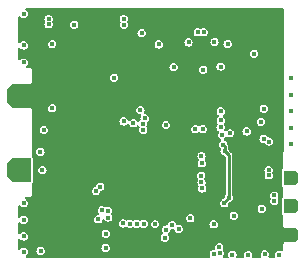
<source format=gbr>
%TF.GenerationSoftware,KiCad,Pcbnew,8.0.5*%
%TF.CreationDate,2024-10-20T03:46:06+02:00*%
%TF.ProjectId,cansatperso,63616e73-6174-4706-9572-736f2e6b6963,rev?*%
%TF.SameCoordinates,Original*%
%TF.FileFunction,Copper,L5,Inr*%
%TF.FilePolarity,Positive*%
%FSLAX46Y46*%
G04 Gerber Fmt 4.6, Leading zero omitted, Abs format (unit mm)*
G04 Created by KiCad (PCBNEW 8.0.5) date 2024-10-20 03:46:06*
%MOMM*%
%LPD*%
G01*
G04 APERTURE LIST*
G04 Aperture macros list*
%AMOutline5P*
0 Free polygon, 5 corners , with rotation*
0 The origin of the aperture is its center*
0 number of corners: always 5*
0 $1 to $10 corner X, Y*
0 $11 Rotation angle, in degrees counterclockwise*
0 create outline with 5 corners*
4,1,5,$1,$2,$3,$4,$5,$6,$7,$8,$9,$10,$1,$2,$11*%
%AMOutline6P*
0 Free polygon, 6 corners , with rotation*
0 The origin of the aperture is its center*
0 number of corners: always 6*
0 $1 to $12 corner X, Y*
0 $13 Rotation angle, in degrees counterclockwise*
0 create outline with 6 corners*
4,1,6,$1,$2,$3,$4,$5,$6,$7,$8,$9,$10,$11,$12,$1,$2,$13*%
%AMOutline7P*
0 Free polygon, 7 corners , with rotation*
0 The origin of the aperture is its center*
0 number of corners: always 7*
0 $1 to $14 corner X, Y*
0 $15 Rotation angle, in degrees counterclockwise*
0 create outline with 7 corners*
4,1,7,$1,$2,$3,$4,$5,$6,$7,$8,$9,$10,$11,$12,$13,$14,$1,$2,$15*%
%AMOutline8P*
0 Free polygon, 8 corners , with rotation*
0 The origin of the aperture is its center*
0 number of corners: always 8*
0 $1 to $16 corner X, Y*
0 $17 Rotation angle, in degrees counterclockwise*
0 create outline with 8 corners*
4,1,8,$1,$2,$3,$4,$5,$6,$7,$8,$9,$10,$11,$12,$13,$14,$15,$16,$1,$2,$17*%
%AMFreePoly0*
4,1,8,1.000000,0.600000,1.000000,-1.000000,0.000000,-1.000000,-1.000000,-1.000000,-1.000000,0.600000,-0.600000,1.000000,0.600000,1.000000,1.000000,0.600000,1.000000,0.600000,$1*%
G04 Aperture macros list end*
%TA.AperFunction,ComponentPad*%
%ADD10Outline6P,-0.600000X0.360000X-0.360000X0.600000X0.360000X0.600000X0.600000X0.360000X0.600000X-0.600000X-0.600000X-0.600000X270.000000*%
%TD*%
%TA.AperFunction,ComponentPad*%
%ADD11FreePoly0,90.000000*%
%TD*%
%TA.AperFunction,ViaPad*%
%ADD12C,0.400000*%
%TD*%
%TA.AperFunction,Conductor*%
%ADD13C,0.250000*%
%TD*%
G04 APERTURE END LIST*
D10*
%TO.N,TIM3_CHI_PWM4*%
%TO.C,REF\u002A\u002A2*%
X195660000Y-87340000D03*
%TD*%
D11*
%TO.N,GND*%
%TO.C,*%
X172680000Y-80400000D03*
%TD*%
D10*
%TO.N,N/C*%
%TO.C,REF\u002A\u002A1*%
X195660000Y-89740000D03*
%TD*%
%TO.N,GND*%
%TO.C,REF\u002A\u002A*%
X195660000Y-92190000D03*
%TD*%
D11*
%TO.N,BAT+*%
%TO.C,REF\u002A\u002A*%
X172675000Y-86705000D03*
%TD*%
D12*
%TO.N,GND*%
X176360000Y-93120000D03*
X176050000Y-79740000D03*
X184730000Y-85210000D03*
X176140000Y-82470000D03*
X194760000Y-91990000D03*
X194760000Y-76690000D03*
X195710000Y-81720000D03*
X192250000Y-88020000D03*
X182160000Y-85940000D03*
X188780000Y-77860000D03*
X188060000Y-80840000D03*
X191100000Y-73300000D03*
X174140000Y-76740000D03*
X182600000Y-73300000D03*
X189650000Y-79120000D03*
X190880000Y-79060000D03*
X175390000Y-93170000D03*
X180900000Y-73300000D03*
X185500000Y-89530000D03*
X183680000Y-78680000D03*
X178400000Y-90820000D03*
X173080000Y-74720000D03*
X186810000Y-92670000D03*
X182750000Y-85180000D03*
X194760000Y-85190000D03*
X186380000Y-89540000D03*
X183870000Y-86560000D03*
X185770000Y-86240000D03*
X177800000Y-79760000D03*
X175330000Y-93790000D03*
X182730000Y-75760000D03*
X179090000Y-84050000D03*
X191820000Y-87500000D03*
X192290000Y-91270000D03*
X177500000Y-73300000D03*
X188800000Y-87800000D03*
X174340000Y-78550000D03*
X183840000Y-85180000D03*
X179390000Y-79780000D03*
X175330000Y-92590000D03*
X183670000Y-77690000D03*
X187970000Y-90257500D03*
X178860000Y-92680000D03*
X187700000Y-73300000D03*
X184670000Y-89530000D03*
X184040000Y-93547500D03*
X182700000Y-93770000D03*
X194580000Y-91267500D03*
X189400000Y-73300000D03*
X174340000Y-80170000D03*
X178930000Y-93810000D03*
X189690000Y-80400000D03*
X182750000Y-86610000D03*
X179200000Y-73300000D03*
X181370000Y-87230000D03*
X192770000Y-77880000D03*
X178450000Y-84040000D03*
X181450000Y-79430000D03*
X192420000Y-91820000D03*
X187000000Y-91430000D03*
X174390000Y-90040000D03*
X183600000Y-79750000D03*
X191330000Y-77620000D03*
X185670000Y-85170000D03*
X181840000Y-86720000D03*
X194760000Y-80090000D03*
X181000000Y-93770000D03*
X177480000Y-92630000D03*
X184300000Y-73300000D03*
X177600000Y-93770000D03*
X186000000Y-73300000D03*
X188010000Y-79360000D03*
X192600000Y-87500000D03*
%TO.N,+3.3V*%
X193380000Y-84040000D03*
X190050000Y-89490000D03*
X189750000Y-81710000D03*
X193800000Y-86700000D03*
X189950000Y-84530000D03*
X187800000Y-75020000D03*
X190440000Y-89030000D03*
X190070000Y-85070000D03*
X193830000Y-84270000D03*
X195710000Y-80320000D03*
X173070000Y-76130000D03*
X186180000Y-91660000D03*
X188320000Y-75010000D03*
X185110000Y-91730000D03*
X192570000Y-76830000D03*
X183050000Y-75090000D03*
X193816587Y-87131306D03*
X181530000Y-82570000D03*
X193150000Y-82610000D03*
X185020000Y-92422500D03*
%TO.N,NRST*%
X173080000Y-93590000D03*
X179380000Y-90850660D03*
%TO.N,USART3_RX*%
X180000000Y-93270000D03*
X182345000Y-82715000D03*
%TO.N,SDDETECT*%
X193396250Y-81483750D03*
X184190000Y-91260000D03*
%TO.N,VIN*%
X175470000Y-81450000D03*
X182950430Y-81600789D03*
X174480000Y-85147500D03*
%TO.N,+5V*%
X177340000Y-74380000D03*
X189147500Y-91280000D03*
X193490000Y-93810000D03*
X181560000Y-74390000D03*
X173070000Y-73460000D03*
X181541494Y-73890340D03*
X175170000Y-73890000D03*
X175170000Y-74330000D03*
X194280000Y-88840000D03*
X194280000Y-89310000D03*
X195710000Y-78920000D03*
%TO.N,ADC1_IN3_VBAT*%
X174770000Y-83300000D03*
X179180000Y-88470000D03*
%TO.N,ADC1_IN2_CURR*%
X180720000Y-78872500D03*
X179541191Y-88089171D03*
%TO.N,I2C3_SDA_ACCEL*%
X185110000Y-82870000D03*
X195710000Y-83120000D03*
X189860000Y-83705000D03*
%TO.N,I2C3_SCL_ACCEL*%
X188090000Y-87150000D03*
X191937000Y-83410000D03*
X195710000Y-84520000D03*
%TO.N,3.3VEN*%
X189655249Y-93721215D03*
X189160000Y-93790000D03*
X189740000Y-77920000D03*
X190530166Y-83559834D03*
X189610000Y-93200000D03*
%TO.N,SPI1_CS_SD*%
X182650000Y-91240000D03*
X190330000Y-76010000D03*
%TO.N,SPI1_MISO_SD*%
X181480000Y-91210000D03*
X184510000Y-76050000D03*
%TO.N,SPI1_SCK_SD*%
X180225170Y-90704168D03*
X187020000Y-75880000D03*
%TO.N,SPI1_MOSI_SD*%
X189220000Y-75840000D03*
X182060000Y-91220000D03*
%TO.N,USART1_RX_GPS*%
X189730000Y-83060000D03*
X183132230Y-82772331D03*
%TO.N,USART1_TX_GPS*%
X183185000Y-83269541D03*
X189760000Y-82490000D03*
%TO.N,LPUART1_RX_RADIO*%
X185760000Y-77960000D03*
X179690000Y-90100000D03*
%TO.N,LPUART1_TX_RADIO*%
X187160000Y-90760000D03*
X188260000Y-78180000D03*
%TO.N,GPIO_EXTI1*%
X173070000Y-77580000D03*
X183230000Y-91230000D03*
%TO.N,SWO*%
X183310000Y-82305000D03*
X173090000Y-89490000D03*
%TO.N,SWDIO*%
X188230000Y-83220000D03*
X173070000Y-92300000D03*
%TO.N,SWCLK{slash}I2C1_SDA*%
X173070000Y-90900000D03*
X187585000Y-83220000D03*
%TO.N,TIM3_CHI_PWM4*%
X188120000Y-87730000D03*
%TO.N,USART3_TX*%
X185620000Y-91330000D03*
X180020000Y-92060000D03*
%TO.N,D+*%
X193220000Y-89955000D03*
X188120000Y-85490000D03*
%TO.N,D-*%
X190860000Y-90540000D03*
X188150000Y-86110000D03*
%TO.N,BAT+*%
X174650000Y-86680000D03*
X175470000Y-76026000D03*
%TO.N,PWEN*%
X188180000Y-88240000D03*
X194690000Y-93860000D03*
%TO.N,USBD+*%
X192060000Y-93870000D03*
%TO.N,USBD-*%
X190740000Y-93860000D03*
%TO.N,ADC2_IN17*%
X180190000Y-90150000D03*
X174500000Y-93530000D03*
%TD*%
D13*
%TO.N,+3.3V*%
X189950000Y-84530000D02*
X190070000Y-84650000D01*
X190050000Y-89420000D02*
X190440000Y-89030000D01*
X190050000Y-89490000D02*
X190050000Y-89420000D01*
X190440000Y-85440000D02*
X190070000Y-85070000D01*
X190070000Y-84650000D02*
X190070000Y-85070000D01*
X190440000Y-89030000D02*
X190440000Y-85440000D01*
%TD*%
%TA.AperFunction,Conductor*%
%TO.N,GND*%
G36*
X195012539Y-72960185D02*
G01*
X195058294Y-73012989D01*
X195069500Y-73064500D01*
X195069500Y-78249992D01*
X195084799Y-78286928D01*
X195108511Y-78310640D01*
X195141996Y-78371963D01*
X195144830Y-78398437D01*
X195138675Y-84967948D01*
X195118928Y-85034969D01*
X195102359Y-85055511D01*
X195074799Y-85083072D01*
X195059500Y-85120007D01*
X195059500Y-86493051D01*
X195039815Y-86560090D01*
X195004391Y-86596153D01*
X194951495Y-86631496D01*
X194918234Y-86681275D01*
X194918231Y-86681282D01*
X194909500Y-86725177D01*
X194909500Y-86725180D01*
X194909500Y-87954820D01*
X194909500Y-87954822D01*
X194909499Y-87954822D01*
X194918231Y-87998717D01*
X194918234Y-87998724D01*
X194951494Y-88048502D01*
X194951495Y-88048502D01*
X194951496Y-88048504D01*
X195001278Y-88081767D01*
X195001280Y-88081767D01*
X195004390Y-88083845D01*
X195049195Y-88137457D01*
X195059500Y-88186948D01*
X195059500Y-88893051D01*
X195039815Y-88960090D01*
X195004391Y-88996153D01*
X194951495Y-89031496D01*
X194918234Y-89081275D01*
X194918231Y-89081282D01*
X194909500Y-89125177D01*
X194909500Y-89125180D01*
X194909500Y-90354820D01*
X194909500Y-90354822D01*
X194909499Y-90354822D01*
X194918231Y-90398717D01*
X194918234Y-90398724D01*
X194951494Y-90448502D01*
X194951495Y-90448502D01*
X194951496Y-90448504D01*
X195001278Y-90481767D01*
X195001280Y-90481767D01*
X195004390Y-90483845D01*
X195049195Y-90537457D01*
X195059500Y-90586948D01*
X195059500Y-91469992D01*
X195074799Y-91506928D01*
X195096128Y-91528257D01*
X195129613Y-91589580D01*
X195132447Y-91616054D01*
X195131362Y-92775261D01*
X195111615Y-92842282D01*
X195095046Y-92862823D01*
X195074800Y-92883069D01*
X195074799Y-92883071D01*
X195059500Y-92920007D01*
X195059500Y-93452545D01*
X195039815Y-93519584D01*
X194987011Y-93565339D01*
X194917853Y-93575283D01*
X194879206Y-93563030D01*
X194799658Y-93522498D01*
X194690002Y-93505131D01*
X194689998Y-93505131D01*
X194580341Y-93522498D01*
X194481414Y-93572904D01*
X194481407Y-93572909D01*
X194402909Y-93651407D01*
X194402904Y-93651414D01*
X194352498Y-93750341D01*
X194335131Y-93859997D01*
X194335131Y-93860002D01*
X194352499Y-93969659D01*
X194355514Y-93978937D01*
X194353688Y-93979530D01*
X194364342Y-94036262D01*
X194338065Y-94101002D01*
X194280958Y-94141258D01*
X194240743Y-94147886D01*
X193913637Y-94147312D01*
X193846633Y-94127510D01*
X193800970Y-94074625D01*
X193791148Y-94005450D01*
X193803368Y-93967022D01*
X193827500Y-93919661D01*
X193833011Y-93884869D01*
X193844869Y-93810002D01*
X193844869Y-93809997D01*
X193827501Y-93700341D01*
X193827153Y-93699658D01*
X193777095Y-93601413D01*
X193777092Y-93601410D01*
X193777090Y-93601407D01*
X193698592Y-93522909D01*
X193698588Y-93522906D01*
X193698587Y-93522905D01*
X193678417Y-93512628D01*
X193599658Y-93472498D01*
X193490002Y-93455131D01*
X193489998Y-93455131D01*
X193380341Y-93472498D01*
X193281414Y-93522904D01*
X193281407Y-93522909D01*
X193202909Y-93601407D01*
X193202904Y-93601414D01*
X193152498Y-93700341D01*
X193135131Y-93809997D01*
X193135131Y-93810002D01*
X193152498Y-93919658D01*
X193175871Y-93965530D01*
X193188767Y-94034200D01*
X193162490Y-94098940D01*
X193105383Y-94139196D01*
X193065168Y-94145824D01*
X192514277Y-94144857D01*
X192447273Y-94125055D01*
X192401610Y-94072170D01*
X192391788Y-94002995D01*
X192396568Y-93982527D01*
X192397496Y-93979667D01*
X192397500Y-93979661D01*
X192412837Y-93882828D01*
X192414869Y-93870002D01*
X192414869Y-93869997D01*
X192397501Y-93760341D01*
X192377564Y-93721212D01*
X192347095Y-93661413D01*
X192347092Y-93661410D01*
X192347090Y-93661407D01*
X192268592Y-93582909D01*
X192268588Y-93582906D01*
X192268587Y-93582905D01*
X192217922Y-93557090D01*
X192169658Y-93532498D01*
X192060002Y-93515131D01*
X192059998Y-93515131D01*
X191950341Y-93532498D01*
X191851414Y-93582904D01*
X191851407Y-93582909D01*
X191772909Y-93661407D01*
X191772904Y-93661414D01*
X191722498Y-93760341D01*
X191705131Y-93869997D01*
X191705131Y-93870002D01*
X191722499Y-93979662D01*
X191722916Y-93980944D01*
X191722962Y-93982588D01*
X191724026Y-93989300D01*
X191723158Y-93989437D01*
X191724911Y-94050785D01*
X191688830Y-94110618D01*
X191626128Y-94141445D01*
X191604767Y-94143261D01*
X191191546Y-94142536D01*
X191124542Y-94122734D01*
X191078879Y-94069849D01*
X191069057Y-94000674D01*
X191075836Y-93979375D01*
X191074486Y-93978937D01*
X191077498Y-93969664D01*
X191077500Y-93969661D01*
X191091191Y-93883223D01*
X191094869Y-93860002D01*
X191094869Y-93859997D01*
X191077501Y-93750341D01*
X191041833Y-93680339D01*
X191027095Y-93651413D01*
X191027092Y-93651410D01*
X191027090Y-93651407D01*
X190948592Y-93572909D01*
X190948588Y-93572906D01*
X190948587Y-93572905D01*
X190917548Y-93557090D01*
X190849658Y-93522498D01*
X190740002Y-93505131D01*
X190739998Y-93505131D01*
X190630341Y-93522498D01*
X190531414Y-93572904D01*
X190531407Y-93572909D01*
X190452909Y-93651407D01*
X190452904Y-93651414D01*
X190402498Y-93750341D01*
X190385131Y-93859997D01*
X190385131Y-93860002D01*
X190402498Y-93969657D01*
X190405414Y-93978629D01*
X190407411Y-94048470D01*
X190371332Y-94108304D01*
X190308632Y-94139133D01*
X190287266Y-94140950D01*
X190030790Y-94140500D01*
X189963786Y-94120698D01*
X189918123Y-94067813D01*
X189908301Y-93998638D01*
X189937438Y-93935133D01*
X189942110Y-93930123D01*
X189942338Y-93929807D01*
X189942344Y-93929802D01*
X189992749Y-93830876D01*
X189992749Y-93830874D01*
X189992750Y-93830873D01*
X190010118Y-93721217D01*
X190010118Y-93721212D01*
X189992750Y-93611556D01*
X189974268Y-93575283D01*
X189942344Y-93512628D01*
X189942341Y-93512625D01*
X189942339Y-93512622D01*
X189940954Y-93511237D01*
X189939807Y-93509136D01*
X189936605Y-93504729D01*
X189937174Y-93504315D01*
X189907469Y-93449914D01*
X189912453Y-93380222D01*
X189918147Y-93367268D01*
X189947500Y-93309661D01*
X189964869Y-93200000D01*
X189964869Y-93199997D01*
X189947501Y-93090341D01*
X189932762Y-93061414D01*
X189897095Y-92991413D01*
X189897092Y-92991410D01*
X189897090Y-92991407D01*
X189818592Y-92912909D01*
X189818588Y-92912906D01*
X189818587Y-92912905D01*
X189814743Y-92910946D01*
X189719658Y-92862498D01*
X189610002Y-92845131D01*
X189609998Y-92845131D01*
X189500341Y-92862498D01*
X189401414Y-92912904D01*
X189401407Y-92912909D01*
X189322909Y-92991407D01*
X189322904Y-92991414D01*
X189272498Y-93090341D01*
X189255131Y-93199997D01*
X189255131Y-93200003D01*
X189269734Y-93292205D01*
X189260779Y-93361498D01*
X189215783Y-93414950D01*
X189166660Y-93434075D01*
X189050341Y-93452499D01*
X188951414Y-93502904D01*
X188951407Y-93502909D01*
X188872909Y-93581407D01*
X188872904Y-93581414D01*
X188822498Y-93680341D01*
X188805131Y-93789997D01*
X188805131Y-93790002D01*
X188822498Y-93899656D01*
X188822499Y-93899659D01*
X188822500Y-93899661D01*
X188852197Y-93957946D01*
X188865093Y-94026612D01*
X188838817Y-94091353D01*
X188781710Y-94131610D01*
X188741494Y-94138238D01*
X174631923Y-94113485D01*
X174564919Y-94093683D01*
X174519256Y-94040799D01*
X174509434Y-93971623D01*
X174538571Y-93908118D01*
X174597415Y-93870447D01*
X174607653Y-93868152D01*
X174609657Y-93867501D01*
X174609658Y-93867500D01*
X174609661Y-93867500D01*
X174708587Y-93817095D01*
X174787095Y-93738587D01*
X174837500Y-93639661D01*
X174837500Y-93639659D01*
X174837501Y-93639658D01*
X174854869Y-93530002D01*
X174854869Y-93529997D01*
X174837501Y-93420341D01*
X174817059Y-93380222D01*
X174787095Y-93321413D01*
X174787092Y-93321410D01*
X174787090Y-93321407D01*
X174735680Y-93269997D01*
X179645131Y-93269997D01*
X179645131Y-93270002D01*
X179662498Y-93379658D01*
X179712904Y-93478585D01*
X179712909Y-93478592D01*
X179791407Y-93557090D01*
X179791410Y-93557092D01*
X179791413Y-93557095D01*
X179890339Y-93607500D01*
X179890341Y-93607501D01*
X179999998Y-93624869D01*
X180000000Y-93624869D01*
X180000002Y-93624869D01*
X180109658Y-93607501D01*
X180109659Y-93607500D01*
X180109661Y-93607500D01*
X180208587Y-93557095D01*
X180287095Y-93478587D01*
X180337500Y-93379661D01*
X180337500Y-93379659D01*
X180337501Y-93379658D01*
X180354869Y-93270002D01*
X180354869Y-93269997D01*
X180337501Y-93160341D01*
X180301833Y-93090339D01*
X180287095Y-93061413D01*
X180287092Y-93061410D01*
X180287090Y-93061407D01*
X180208592Y-92982909D01*
X180208588Y-92982906D01*
X180208587Y-92982905D01*
X180204743Y-92980946D01*
X180109658Y-92932498D01*
X180000002Y-92915131D01*
X179999998Y-92915131D01*
X179890341Y-92932498D01*
X179791414Y-92982904D01*
X179791407Y-92982909D01*
X179712909Y-93061407D01*
X179712904Y-93061414D01*
X179662498Y-93160341D01*
X179645131Y-93269997D01*
X174735680Y-93269997D01*
X174708592Y-93242909D01*
X174708588Y-93242906D01*
X174708587Y-93242905D01*
X174624381Y-93200000D01*
X174609658Y-93192498D01*
X174500002Y-93175131D01*
X174499998Y-93175131D01*
X174390341Y-93192498D01*
X174291414Y-93242904D01*
X174291407Y-93242909D01*
X174212909Y-93321407D01*
X174212904Y-93321414D01*
X174162498Y-93420341D01*
X174145131Y-93529997D01*
X174145131Y-93530002D01*
X174162498Y-93639658D01*
X174212904Y-93738585D01*
X174212909Y-93738592D01*
X174291407Y-93817090D01*
X174291410Y-93817092D01*
X174291413Y-93817095D01*
X174390339Y-93867500D01*
X174390340Y-93867500D01*
X174390342Y-93867501D01*
X174399625Y-93870518D01*
X174398697Y-93873372D01*
X174447417Y-93896460D01*
X174484357Y-93955766D01*
X174483370Y-94025629D01*
X174444768Y-94083867D01*
X174380809Y-94111991D01*
X174364680Y-94113016D01*
X173345352Y-94111228D01*
X173278348Y-94091426D01*
X173232685Y-94038542D01*
X173222863Y-93969366D01*
X173252000Y-93905861D01*
X173280982Y-93883223D01*
X173280695Y-93882828D01*
X173288580Y-93877098D01*
X173288587Y-93877095D01*
X173367095Y-93798587D01*
X173417500Y-93699661D01*
X173417500Y-93699659D01*
X173417501Y-93699658D01*
X173434869Y-93590002D01*
X173434869Y-93589997D01*
X173417501Y-93480341D01*
X173401998Y-93449914D01*
X173367095Y-93381413D01*
X173367092Y-93381410D01*
X173367090Y-93381407D01*
X173288592Y-93302909D01*
X173288588Y-93302906D01*
X173288587Y-93302905D01*
X173224007Y-93270000D01*
X173189658Y-93252498D01*
X173080002Y-93235131D01*
X173079998Y-93235131D01*
X172970341Y-93252498D01*
X172871414Y-93302904D01*
X172871407Y-93302909D01*
X172786004Y-93388313D01*
X172784458Y-93386767D01*
X172739489Y-93421445D01*
X172669876Y-93427424D01*
X172608080Y-93394819D01*
X172573723Y-93333981D01*
X172570500Y-93305894D01*
X172570500Y-92595545D01*
X172590185Y-92528506D01*
X172642989Y-92482751D01*
X172712147Y-92472807D01*
X172775703Y-92501832D01*
X172782181Y-92507864D01*
X172861407Y-92587090D01*
X172861410Y-92587092D01*
X172861413Y-92587095D01*
X172947749Y-92631085D01*
X172960341Y-92637501D01*
X173069998Y-92654869D01*
X173070000Y-92654869D01*
X173070002Y-92654869D01*
X173179658Y-92637501D01*
X173179659Y-92637500D01*
X173179661Y-92637500D01*
X173278587Y-92587095D01*
X173357095Y-92508587D01*
X173400960Y-92422497D01*
X184665131Y-92422497D01*
X184665131Y-92422502D01*
X184682498Y-92532158D01*
X184732904Y-92631085D01*
X184732909Y-92631092D01*
X184811407Y-92709590D01*
X184811410Y-92709592D01*
X184811413Y-92709595D01*
X184910339Y-92760000D01*
X184910341Y-92760001D01*
X185019998Y-92777369D01*
X185020000Y-92777369D01*
X185020002Y-92777369D01*
X185129658Y-92760001D01*
X185129659Y-92760000D01*
X185129661Y-92760000D01*
X185228587Y-92709595D01*
X185307095Y-92631087D01*
X185357500Y-92532161D01*
X185357500Y-92532159D01*
X185357501Y-92532158D01*
X185374869Y-92422502D01*
X185374869Y-92422497D01*
X185357501Y-92312841D01*
X185334955Y-92268592D01*
X185307095Y-92213913D01*
X185307092Y-92213910D01*
X185307090Y-92213907D01*
X185300597Y-92207414D01*
X185267112Y-92146091D01*
X185272096Y-92076399D01*
X185313968Y-92020466D01*
X185315401Y-92019409D01*
X185318580Y-92017098D01*
X185318587Y-92017095D01*
X185397095Y-91938587D01*
X185447500Y-91839661D01*
X185456240Y-91784475D01*
X185486168Y-91721344D01*
X185545479Y-91684412D01*
X185598111Y-91681402D01*
X185620000Y-91684869D01*
X185620000Y-91684868D01*
X185620001Y-91684869D01*
X185620002Y-91684869D01*
X185701480Y-91671964D01*
X185770773Y-91680918D01*
X185824225Y-91725915D01*
X185837849Y-91760905D01*
X185839482Y-91760375D01*
X185842498Y-91769657D01*
X185892904Y-91868585D01*
X185892909Y-91868592D01*
X185971407Y-91947090D01*
X185971410Y-91947092D01*
X185971413Y-91947095D01*
X186070339Y-91997500D01*
X186070341Y-91997501D01*
X186179998Y-92014869D01*
X186180000Y-92014869D01*
X186180002Y-92014869D01*
X186289658Y-91997501D01*
X186289659Y-91997500D01*
X186289661Y-91997500D01*
X186388587Y-91947095D01*
X186467095Y-91868587D01*
X186517500Y-91769661D01*
X186517500Y-91769659D01*
X186517501Y-91769658D01*
X186534869Y-91660002D01*
X186534869Y-91659997D01*
X186517501Y-91550341D01*
X186502762Y-91521414D01*
X186467095Y-91451413D01*
X186467092Y-91451410D01*
X186467090Y-91451407D01*
X186388592Y-91372909D01*
X186388588Y-91372906D01*
X186388587Y-91372905D01*
X186323336Y-91339658D01*
X186289658Y-91322498D01*
X186180002Y-91305131D01*
X186180000Y-91305131D01*
X186156490Y-91308854D01*
X186098518Y-91318036D01*
X186029224Y-91309080D01*
X185994677Y-91279997D01*
X188792631Y-91279997D01*
X188792631Y-91280002D01*
X188809998Y-91389658D01*
X188860404Y-91488585D01*
X188860409Y-91488592D01*
X188938907Y-91567090D01*
X188938910Y-91567092D01*
X188938913Y-91567095D01*
X189032675Y-91614869D01*
X189037841Y-91617501D01*
X189147498Y-91634869D01*
X189147500Y-91634869D01*
X189147502Y-91634869D01*
X189257158Y-91617501D01*
X189257159Y-91617500D01*
X189257161Y-91617500D01*
X189356087Y-91567095D01*
X189434595Y-91488587D01*
X189485000Y-91389661D01*
X189485000Y-91389659D01*
X189485001Y-91389658D01*
X189502369Y-91280002D01*
X189502369Y-91279997D01*
X189485001Y-91170341D01*
X189485000Y-91170339D01*
X189434595Y-91071413D01*
X189434592Y-91071410D01*
X189434590Y-91071407D01*
X189356092Y-90992909D01*
X189356088Y-90992906D01*
X189356087Y-90992905D01*
X189352243Y-90990946D01*
X189257158Y-90942498D01*
X189147502Y-90925131D01*
X189147498Y-90925131D01*
X189037841Y-90942498D01*
X188938914Y-90992904D01*
X188938907Y-90992909D01*
X188860409Y-91071407D01*
X188860404Y-91071414D01*
X188809998Y-91170341D01*
X188792631Y-91279997D01*
X185994677Y-91279997D01*
X185975773Y-91264083D01*
X185962153Y-91229093D01*
X185960518Y-91229625D01*
X185957501Y-91220342D01*
X185957500Y-91220340D01*
X185957500Y-91220339D01*
X185907095Y-91121413D01*
X185907092Y-91121410D01*
X185907090Y-91121407D01*
X185828592Y-91042909D01*
X185828588Y-91042906D01*
X185828587Y-91042905D01*
X185824743Y-91040946D01*
X185729658Y-90992498D01*
X185620002Y-90975131D01*
X185619998Y-90975131D01*
X185510341Y-90992498D01*
X185411414Y-91042904D01*
X185411407Y-91042909D01*
X185332909Y-91121407D01*
X185332904Y-91121414D01*
X185282498Y-91220341D01*
X185273759Y-91275522D01*
X185243830Y-91338657D01*
X185184518Y-91375588D01*
X185131890Y-91378598D01*
X185112885Y-91375588D01*
X185110000Y-91375131D01*
X185109999Y-91375131D01*
X185109998Y-91375131D01*
X185000341Y-91392498D01*
X184901414Y-91442904D01*
X184901407Y-91442909D01*
X184822909Y-91521407D01*
X184822904Y-91521414D01*
X184772498Y-91620341D01*
X184755131Y-91729997D01*
X184755131Y-91730002D01*
X184772498Y-91839658D01*
X184822904Y-91938585D01*
X184822909Y-91938592D01*
X184829402Y-91945085D01*
X184862887Y-92006408D01*
X184857903Y-92076100D01*
X184816031Y-92132033D01*
X184814609Y-92133083D01*
X184811408Y-92135408D01*
X184732909Y-92213907D01*
X184732904Y-92213914D01*
X184682498Y-92312841D01*
X184665131Y-92422497D01*
X173400960Y-92422497D01*
X173407500Y-92409661D01*
X173407500Y-92409659D01*
X173407501Y-92409658D01*
X173424869Y-92300002D01*
X173424869Y-92299997D01*
X173407501Y-92190341D01*
X173396964Y-92169661D01*
X173357095Y-92091413D01*
X173357092Y-92091410D01*
X173357090Y-92091407D01*
X173325680Y-92059997D01*
X179665131Y-92059997D01*
X179665131Y-92060002D01*
X179682498Y-92169658D01*
X179732904Y-92268585D01*
X179732909Y-92268592D01*
X179811407Y-92347090D01*
X179811410Y-92347092D01*
X179811413Y-92347095D01*
X179910339Y-92397500D01*
X179910341Y-92397501D01*
X180019998Y-92414869D01*
X180020000Y-92414869D01*
X180020002Y-92414869D01*
X180129658Y-92397501D01*
X180129659Y-92397500D01*
X180129661Y-92397500D01*
X180228587Y-92347095D01*
X180307095Y-92268587D01*
X180357500Y-92169661D01*
X180357500Y-92169659D01*
X180357501Y-92169658D01*
X180374869Y-92060002D01*
X180374869Y-92059997D01*
X180357501Y-91950341D01*
X180315848Y-91868592D01*
X180307095Y-91851413D01*
X180307092Y-91851410D01*
X180307090Y-91851407D01*
X180228592Y-91772909D01*
X180228588Y-91772906D01*
X180228587Y-91772905D01*
X180205036Y-91760905D01*
X180129658Y-91722498D01*
X180020002Y-91705131D01*
X180019998Y-91705131D01*
X179910341Y-91722498D01*
X179811414Y-91772904D01*
X179811407Y-91772909D01*
X179732909Y-91851407D01*
X179732904Y-91851414D01*
X179682498Y-91950341D01*
X179665131Y-92059997D01*
X173325680Y-92059997D01*
X173278592Y-92012909D01*
X173278588Y-92012906D01*
X173278587Y-92012905D01*
X173248353Y-91997500D01*
X173179658Y-91962498D01*
X173070002Y-91945131D01*
X173069998Y-91945131D01*
X172960341Y-91962498D01*
X172861414Y-92012904D01*
X172861407Y-92012909D01*
X172782181Y-92092136D01*
X172720858Y-92125621D01*
X172651166Y-92120637D01*
X172595233Y-92078765D01*
X172570816Y-92013301D01*
X172570500Y-92004455D01*
X172570500Y-91195545D01*
X172590185Y-91128506D01*
X172642989Y-91082751D01*
X172712147Y-91072807D01*
X172775703Y-91101832D01*
X172782181Y-91107864D01*
X172861407Y-91187090D01*
X172861410Y-91187092D01*
X172861413Y-91187095D01*
X172945623Y-91230002D01*
X172960341Y-91237501D01*
X173069998Y-91254869D01*
X173070000Y-91254869D01*
X173070002Y-91254869D01*
X173179658Y-91237501D01*
X173179659Y-91237500D01*
X173179661Y-91237500D01*
X173233639Y-91209997D01*
X181125131Y-91209997D01*
X181125131Y-91210002D01*
X181142498Y-91319658D01*
X181192904Y-91418585D01*
X181192909Y-91418592D01*
X181271407Y-91497090D01*
X181271410Y-91497092D01*
X181271413Y-91497095D01*
X181346199Y-91535200D01*
X181370341Y-91547501D01*
X181479998Y-91564869D01*
X181480000Y-91564869D01*
X181480002Y-91564869D01*
X181589658Y-91547501D01*
X181589659Y-91547500D01*
X181589661Y-91547500D01*
X181688587Y-91497095D01*
X181688587Y-91497094D01*
X181688590Y-91497093D01*
X181691426Y-91495033D01*
X181695453Y-91493595D01*
X181697283Y-91492664D01*
X181697403Y-91492900D01*
X181757233Y-91471555D01*
X181825286Y-91487382D01*
X181847221Y-91504049D01*
X181851410Y-91507092D01*
X181851413Y-91507095D01*
X181906573Y-91535200D01*
X181950341Y-91557501D01*
X182059998Y-91574869D01*
X182060000Y-91574869D01*
X182060002Y-91574869D01*
X182169658Y-91557501D01*
X182169659Y-91557500D01*
X182169661Y-91557500D01*
X182268587Y-91507095D01*
X182268587Y-91507094D01*
X182268590Y-91507093D01*
X182271426Y-91505033D01*
X182275453Y-91503595D01*
X182277283Y-91502664D01*
X182277403Y-91502900D01*
X182337233Y-91481555D01*
X182405286Y-91497382D01*
X182431989Y-91517672D01*
X182441407Y-91527090D01*
X182441410Y-91527092D01*
X182441413Y-91527095D01*
X182501087Y-91557500D01*
X182540341Y-91577501D01*
X182649998Y-91594869D01*
X182650000Y-91594869D01*
X182650002Y-91594869D01*
X182759658Y-91577501D01*
X182759659Y-91577500D01*
X182759661Y-91577500D01*
X182858587Y-91527095D01*
X182858592Y-91527089D01*
X182866486Y-91521356D01*
X182867365Y-91522566D01*
X182919314Y-91494190D01*
X182989006Y-91499163D01*
X183018575Y-91515033D01*
X183021412Y-91517094D01*
X183021413Y-91517095D01*
X183100713Y-91557500D01*
X183120341Y-91567501D01*
X183229998Y-91584869D01*
X183230000Y-91584869D01*
X183230002Y-91584869D01*
X183339658Y-91567501D01*
X183339659Y-91567500D01*
X183339661Y-91567500D01*
X183438587Y-91517095D01*
X183517095Y-91438587D01*
X183567500Y-91339661D01*
X183567500Y-91339659D01*
X183567501Y-91339658D01*
X183580118Y-91259997D01*
X183835131Y-91259997D01*
X183835131Y-91260002D01*
X183852498Y-91369658D01*
X183902904Y-91468585D01*
X183902909Y-91468592D01*
X183981407Y-91547090D01*
X183981410Y-91547092D01*
X183981413Y-91547095D01*
X184035923Y-91574869D01*
X184080341Y-91597501D01*
X184189998Y-91614869D01*
X184190000Y-91614869D01*
X184190002Y-91614869D01*
X184299658Y-91597501D01*
X184299659Y-91597500D01*
X184299661Y-91597500D01*
X184398587Y-91547095D01*
X184477095Y-91468587D01*
X184527500Y-91369661D01*
X184527500Y-91369659D01*
X184527501Y-91369658D01*
X184544869Y-91260002D01*
X184544869Y-91259997D01*
X184527501Y-91150341D01*
X184521086Y-91137750D01*
X184477095Y-91051413D01*
X184477092Y-91051410D01*
X184477090Y-91051407D01*
X184398592Y-90972909D01*
X184398588Y-90972906D01*
X184398587Y-90972905D01*
X184390112Y-90968587D01*
X184299658Y-90922498D01*
X184190002Y-90905131D01*
X184189998Y-90905131D01*
X184080341Y-90922498D01*
X183981414Y-90972904D01*
X183981407Y-90972909D01*
X183902909Y-91051407D01*
X183902904Y-91051414D01*
X183852498Y-91150341D01*
X183835131Y-91259997D01*
X183580118Y-91259997D01*
X183584869Y-91230002D01*
X183584869Y-91229997D01*
X183567501Y-91120341D01*
X183558070Y-91101832D01*
X183517095Y-91021413D01*
X183517092Y-91021410D01*
X183517090Y-91021407D01*
X183438592Y-90942909D01*
X183438588Y-90942906D01*
X183438587Y-90942905D01*
X183425844Y-90936412D01*
X183339658Y-90892498D01*
X183230002Y-90875131D01*
X183229998Y-90875131D01*
X183120341Y-90892498D01*
X183021414Y-90942904D01*
X183013514Y-90948644D01*
X183012636Y-90947436D01*
X182960657Y-90975814D01*
X182890965Y-90970824D01*
X182861432Y-90954971D01*
X182858590Y-90952907D01*
X182858587Y-90952905D01*
X182799708Y-90922905D01*
X182759658Y-90902498D01*
X182650002Y-90885131D01*
X182649998Y-90885131D01*
X182540341Y-90902498D01*
X182441407Y-90952908D01*
X182438563Y-90954974D01*
X182434529Y-90956412D01*
X182432717Y-90957336D01*
X182432597Y-90957101D01*
X182372753Y-90978445D01*
X182304701Y-90962610D01*
X182278010Y-90942327D01*
X182268592Y-90932909D01*
X182268588Y-90932906D01*
X182268587Y-90932905D01*
X182229040Y-90912755D01*
X182169658Y-90882498D01*
X182060002Y-90865131D01*
X182059998Y-90865131D01*
X181950341Y-90882498D01*
X181851407Y-90932908D01*
X181848563Y-90934974D01*
X181844529Y-90936412D01*
X181842717Y-90937336D01*
X181842597Y-90937101D01*
X181782753Y-90958445D01*
X181714701Y-90942610D01*
X181692774Y-90925947D01*
X181688588Y-90922906D01*
X181688587Y-90922905D01*
X181668676Y-90912760D01*
X181589658Y-90872498D01*
X181480002Y-90855131D01*
X181479998Y-90855131D01*
X181370341Y-90872498D01*
X181271414Y-90922904D01*
X181271407Y-90922909D01*
X181192909Y-91001407D01*
X181192904Y-91001414D01*
X181142498Y-91100341D01*
X181125131Y-91209997D01*
X173233639Y-91209997D01*
X173278587Y-91187095D01*
X173357095Y-91108587D01*
X173407500Y-91009661D01*
X173407500Y-91009659D01*
X173407501Y-91009658D01*
X173424869Y-90900002D01*
X173424869Y-90899997D01*
X173417054Y-90850657D01*
X179025131Y-90850657D01*
X179025131Y-90850662D01*
X179042498Y-90960318D01*
X179092904Y-91059245D01*
X179092909Y-91059252D01*
X179171407Y-91137750D01*
X179171410Y-91137752D01*
X179171413Y-91137755D01*
X179196111Y-91150339D01*
X179270341Y-91188161D01*
X179379998Y-91205529D01*
X179380000Y-91205529D01*
X179380002Y-91205529D01*
X179489658Y-91188161D01*
X179489659Y-91188160D01*
X179489661Y-91188160D01*
X179588587Y-91137755D01*
X179667095Y-91059247D01*
X179717500Y-90960321D01*
X179717501Y-90960317D01*
X179720518Y-90951035D01*
X179723738Y-90952081D01*
X179746226Y-90904592D01*
X179805522Y-90867636D01*
X179875385Y-90868603D01*
X179933634Y-90907188D01*
X179937701Y-90912382D01*
X180016577Y-90991258D01*
X180016580Y-90991260D01*
X180016583Y-90991263D01*
X180096758Y-91032114D01*
X180115511Y-91041669D01*
X180225168Y-91059037D01*
X180225170Y-91059037D01*
X180225172Y-91059037D01*
X180334828Y-91041669D01*
X180334829Y-91041668D01*
X180334831Y-91041668D01*
X180433757Y-90991263D01*
X180512265Y-90912755D01*
X180562670Y-90813829D01*
X180562670Y-90813827D01*
X180562671Y-90813826D01*
X180571197Y-90759997D01*
X186805131Y-90759997D01*
X186805131Y-90760002D01*
X186822498Y-90869658D01*
X186872904Y-90968585D01*
X186872909Y-90968592D01*
X186951407Y-91047090D01*
X186951410Y-91047092D01*
X186951413Y-91047095D01*
X187050339Y-91097500D01*
X187050341Y-91097501D01*
X187159998Y-91114869D01*
X187160000Y-91114869D01*
X187160002Y-91114869D01*
X187269658Y-91097501D01*
X187269659Y-91097500D01*
X187269661Y-91097500D01*
X187368587Y-91047095D01*
X187447095Y-90968587D01*
X187497500Y-90869661D01*
X187497500Y-90869659D01*
X187497501Y-90869658D01*
X187514869Y-90760002D01*
X187514869Y-90759997D01*
X187497501Y-90650341D01*
X187478628Y-90613301D01*
X187447095Y-90551413D01*
X187447092Y-90551410D01*
X187447090Y-90551407D01*
X187435680Y-90539997D01*
X190505131Y-90539997D01*
X190505131Y-90540002D01*
X190522498Y-90649658D01*
X190572904Y-90748585D01*
X190572909Y-90748592D01*
X190651407Y-90827090D01*
X190651410Y-90827092D01*
X190651413Y-90827095D01*
X190730980Y-90867636D01*
X190750341Y-90877501D01*
X190859998Y-90894869D01*
X190860000Y-90894869D01*
X190860002Y-90894869D01*
X190969658Y-90877501D01*
X190969659Y-90877500D01*
X190969661Y-90877500D01*
X191068587Y-90827095D01*
X191147095Y-90748587D01*
X191197500Y-90649661D01*
X191197500Y-90649659D01*
X191197501Y-90649658D01*
X191214869Y-90540002D01*
X191214869Y-90539997D01*
X191197501Y-90430341D01*
X191161013Y-90358729D01*
X191147095Y-90331413D01*
X191147092Y-90331410D01*
X191147090Y-90331407D01*
X191068592Y-90252909D01*
X191068588Y-90252906D01*
X191068587Y-90252905D01*
X190997980Y-90216929D01*
X190969658Y-90202498D01*
X190860002Y-90185131D01*
X190859998Y-90185131D01*
X190750341Y-90202498D01*
X190651414Y-90252904D01*
X190651407Y-90252909D01*
X190572909Y-90331407D01*
X190572904Y-90331414D01*
X190522498Y-90430341D01*
X190505131Y-90539997D01*
X187435680Y-90539997D01*
X187368592Y-90472909D01*
X187368588Y-90472906D01*
X187368587Y-90472905D01*
X187320697Y-90448504D01*
X187269658Y-90422498D01*
X187160002Y-90405131D01*
X187159998Y-90405131D01*
X187050341Y-90422498D01*
X186951414Y-90472904D01*
X186951407Y-90472909D01*
X186872909Y-90551407D01*
X186872904Y-90551414D01*
X186822498Y-90650341D01*
X186805131Y-90759997D01*
X180571197Y-90759997D01*
X180580039Y-90704170D01*
X180580039Y-90704165D01*
X180562671Y-90594509D01*
X180562670Y-90594507D01*
X180512265Y-90495581D01*
X180512262Y-90495578D01*
X180512260Y-90495575D01*
X180506429Y-90489744D01*
X180472944Y-90428421D01*
X180477928Y-90358729D01*
X180483615Y-90345790D01*
X180527500Y-90259661D01*
X180527501Y-90259656D01*
X180544869Y-90150002D01*
X180544869Y-90149997D01*
X180527501Y-90040341D01*
X180502024Y-89990339D01*
X180484016Y-89954997D01*
X192865131Y-89954997D01*
X192865131Y-89955002D01*
X192882498Y-90064658D01*
X192932904Y-90163585D01*
X192932909Y-90163592D01*
X193011407Y-90242090D01*
X193011410Y-90242092D01*
X193011413Y-90242095D01*
X193110339Y-90292500D01*
X193110341Y-90292501D01*
X193219998Y-90309869D01*
X193220000Y-90309869D01*
X193220002Y-90309869D01*
X193329658Y-90292501D01*
X193329659Y-90292500D01*
X193329661Y-90292500D01*
X193428587Y-90242095D01*
X193507095Y-90163587D01*
X193557500Y-90064661D01*
X193557500Y-90064659D01*
X193557501Y-90064658D01*
X193574869Y-89955002D01*
X193574869Y-89954997D01*
X193557501Y-89845341D01*
X193540974Y-89812905D01*
X193507095Y-89746413D01*
X193507092Y-89746410D01*
X193507090Y-89746407D01*
X193428592Y-89667909D01*
X193428588Y-89667906D01*
X193428587Y-89667905D01*
X193388540Y-89647500D01*
X193329658Y-89617498D01*
X193220002Y-89600131D01*
X193219998Y-89600131D01*
X193110341Y-89617498D01*
X193011414Y-89667904D01*
X193011407Y-89667909D01*
X192932909Y-89746407D01*
X192932904Y-89746414D01*
X192882498Y-89845341D01*
X192865131Y-89954997D01*
X180484016Y-89954997D01*
X180477095Y-89941413D01*
X180477092Y-89941410D01*
X180477090Y-89941407D01*
X180398592Y-89862909D01*
X180398588Y-89862906D01*
X180398587Y-89862905D01*
X180365370Y-89845980D01*
X180299658Y-89812498D01*
X180190002Y-89795131D01*
X180189998Y-89795131D01*
X180080340Y-89812499D01*
X180039936Y-89833085D01*
X179971266Y-89845980D01*
X179906527Y-89819702D01*
X179900310Y-89814157D01*
X179898588Y-89812906D01*
X179898587Y-89812905D01*
X179894743Y-89810946D01*
X179799658Y-89762498D01*
X179690002Y-89745131D01*
X179689998Y-89745131D01*
X179580341Y-89762498D01*
X179481414Y-89812904D01*
X179481407Y-89812909D01*
X179402909Y-89891407D01*
X179402904Y-89891414D01*
X179352498Y-89990341D01*
X179335131Y-90099997D01*
X179335131Y-90100002D01*
X179352498Y-90209658D01*
X179402906Y-90308589D01*
X179403581Y-90309518D01*
X179404051Y-90310836D01*
X179407336Y-90317283D01*
X179406502Y-90317707D01*
X179427058Y-90375325D01*
X179411230Y-90443378D01*
X179361122Y-90492071D01*
X179322659Y-90504872D01*
X179270341Y-90513158D01*
X179171414Y-90563564D01*
X179171407Y-90563569D01*
X179092909Y-90642067D01*
X179092904Y-90642074D01*
X179042498Y-90741001D01*
X179025131Y-90850657D01*
X173417054Y-90850657D01*
X173407501Y-90790341D01*
X173407500Y-90790339D01*
X173357095Y-90691413D01*
X173357092Y-90691410D01*
X173357090Y-90691407D01*
X173278592Y-90612909D01*
X173278588Y-90612906D01*
X173278587Y-90612905D01*
X173242479Y-90594507D01*
X173179658Y-90562498D01*
X173070002Y-90545131D01*
X173069998Y-90545131D01*
X172960341Y-90562498D01*
X172861414Y-90612904D01*
X172861407Y-90612909D01*
X172782181Y-90692136D01*
X172720858Y-90725621D01*
X172651166Y-90720637D01*
X172595233Y-90678765D01*
X172570816Y-90613301D01*
X172570500Y-90604455D01*
X172570500Y-89758962D01*
X172590185Y-89691923D01*
X172642989Y-89646168D01*
X172712147Y-89636224D01*
X172775703Y-89665249D01*
X172796178Y-89691416D01*
X172797172Y-89690695D01*
X172802909Y-89698592D01*
X172881407Y-89777090D01*
X172881410Y-89777092D01*
X172881413Y-89777095D01*
X172980339Y-89827500D01*
X172980341Y-89827501D01*
X173089998Y-89844869D01*
X173090000Y-89844869D01*
X173090002Y-89844869D01*
X173199658Y-89827501D01*
X173199659Y-89827500D01*
X173199661Y-89827500D01*
X173298587Y-89777095D01*
X173377095Y-89698587D01*
X173427500Y-89599661D01*
X173427500Y-89599659D01*
X173427501Y-89599658D01*
X173444869Y-89490002D01*
X173444869Y-89489997D01*
X173427501Y-89380341D01*
X173420958Y-89367499D01*
X173377095Y-89281413D01*
X173377092Y-89281410D01*
X173377090Y-89281407D01*
X173298592Y-89202909D01*
X173298588Y-89202906D01*
X173298587Y-89202905D01*
X173243789Y-89174984D01*
X173192993Y-89127011D01*
X173176198Y-89059190D01*
X173198735Y-88993055D01*
X173253450Y-88949603D01*
X173300084Y-88940500D01*
X173669989Y-88940500D01*
X173669991Y-88940500D01*
X173706929Y-88925200D01*
X173735200Y-88896929D01*
X173750500Y-88859991D01*
X173750500Y-88710009D01*
X173750500Y-88469997D01*
X178825131Y-88469997D01*
X178825131Y-88470002D01*
X178842498Y-88579658D01*
X178892904Y-88678585D01*
X178892909Y-88678592D01*
X178971407Y-88757090D01*
X178971410Y-88757092D01*
X178971413Y-88757095D01*
X179070339Y-88807500D01*
X179070341Y-88807501D01*
X179179998Y-88824869D01*
X179180000Y-88824869D01*
X179180002Y-88824869D01*
X179289658Y-88807501D01*
X179289659Y-88807500D01*
X179289661Y-88807500D01*
X179388587Y-88757095D01*
X179467095Y-88678587D01*
X179517500Y-88579661D01*
X179524830Y-88533378D01*
X179554758Y-88470247D01*
X179614069Y-88433315D01*
X179627893Y-88430307D01*
X179650852Y-88426671D01*
X179749778Y-88376266D01*
X179828286Y-88297758D01*
X179878691Y-88198832D01*
X179878691Y-88198830D01*
X179878692Y-88198829D01*
X179896060Y-88089173D01*
X179896060Y-88089168D01*
X179878692Y-87979512D01*
X179878691Y-87979510D01*
X179828286Y-87880584D01*
X179828283Y-87880581D01*
X179828281Y-87880578D01*
X179749783Y-87802080D01*
X179749779Y-87802077D01*
X179749778Y-87802076D01*
X179745934Y-87800117D01*
X179650849Y-87751669D01*
X179541193Y-87734302D01*
X179541189Y-87734302D01*
X179431532Y-87751669D01*
X179332605Y-87802075D01*
X179332598Y-87802080D01*
X179254100Y-87880578D01*
X179254095Y-87880585D01*
X179203690Y-87979512D01*
X179196360Y-88025790D01*
X179166430Y-88088924D01*
X179107118Y-88125855D01*
X179093289Y-88128864D01*
X179070340Y-88132499D01*
X178971414Y-88182904D01*
X178971407Y-88182909D01*
X178892909Y-88261407D01*
X178892904Y-88261414D01*
X178842498Y-88360341D01*
X178825131Y-88469997D01*
X173750500Y-88469997D01*
X173750500Y-87893280D01*
X173770185Y-87826241D01*
X173786819Y-87805599D01*
X173809666Y-87782751D01*
X173809667Y-87782750D01*
X173830500Y-87705000D01*
X173830500Y-87149997D01*
X187735131Y-87149997D01*
X187735131Y-87150002D01*
X187752498Y-87259658D01*
X187802904Y-87358585D01*
X187802909Y-87358592D01*
X187814034Y-87369717D01*
X187847519Y-87431040D01*
X187842535Y-87500732D01*
X187836838Y-87513692D01*
X187782498Y-87620341D01*
X187765131Y-87729997D01*
X187765131Y-87730002D01*
X187782498Y-87839658D01*
X187809820Y-87893280D01*
X187832905Y-87938587D01*
X187832908Y-87938590D01*
X187840278Y-87945960D01*
X187873765Y-88007282D01*
X187868783Y-88076973D01*
X187863085Y-88089938D01*
X187842498Y-88130341D01*
X187825131Y-88239997D01*
X187825131Y-88240002D01*
X187842498Y-88349658D01*
X187892904Y-88448585D01*
X187892909Y-88448592D01*
X187971407Y-88527090D01*
X187971410Y-88527092D01*
X187971413Y-88527095D01*
X188070339Y-88577500D01*
X188070341Y-88577501D01*
X188179998Y-88594869D01*
X188180000Y-88594869D01*
X188180002Y-88594869D01*
X188289658Y-88577501D01*
X188289659Y-88577500D01*
X188289661Y-88577500D01*
X188388587Y-88527095D01*
X188467095Y-88448587D01*
X188517500Y-88349661D01*
X188517500Y-88349659D01*
X188517501Y-88349658D01*
X188534869Y-88240002D01*
X188534869Y-88239997D01*
X188517501Y-88130341D01*
X188475802Y-88048502D01*
X188467095Y-88031413D01*
X188459721Y-88024039D01*
X188426234Y-87962717D01*
X188431216Y-87893026D01*
X188436906Y-87880077D01*
X188457500Y-87839661D01*
X188462685Y-87806929D01*
X188474869Y-87730002D01*
X188474869Y-87729997D01*
X188457501Y-87620341D01*
X188457500Y-87620339D01*
X188407095Y-87521413D01*
X188407092Y-87521410D01*
X188407090Y-87521407D01*
X188395965Y-87510282D01*
X188362480Y-87448959D01*
X188367464Y-87379267D01*
X188373161Y-87366306D01*
X188377092Y-87358589D01*
X188377095Y-87358587D01*
X188427500Y-87259661D01*
X188430461Y-87240967D01*
X188444869Y-87150002D01*
X188444869Y-87149997D01*
X188427501Y-87040341D01*
X188417977Y-87021649D01*
X188377095Y-86941413D01*
X188377092Y-86941410D01*
X188377090Y-86941407D01*
X188298592Y-86862909D01*
X188298588Y-86862906D01*
X188298587Y-86862905D01*
X188259670Y-86843076D01*
X188199658Y-86812498D01*
X188090002Y-86795131D01*
X188089998Y-86795131D01*
X187980341Y-86812498D01*
X187881414Y-86862904D01*
X187881407Y-86862909D01*
X187802909Y-86941407D01*
X187802904Y-86941414D01*
X187752498Y-87040341D01*
X187735131Y-87149997D01*
X173830500Y-87149997D01*
X173830500Y-86767860D01*
X173831097Y-86755707D01*
X173832111Y-86745401D01*
X173834590Y-86720242D01*
X173834590Y-86689758D01*
X173833629Y-86679997D01*
X174295131Y-86679997D01*
X174295131Y-86680002D01*
X174312498Y-86789658D01*
X174362904Y-86888585D01*
X174362909Y-86888592D01*
X174441407Y-86967090D01*
X174441410Y-86967092D01*
X174441413Y-86967095D01*
X174540339Y-87017500D01*
X174540341Y-87017501D01*
X174649998Y-87034869D01*
X174650000Y-87034869D01*
X174650002Y-87034869D01*
X174759658Y-87017501D01*
X174759659Y-87017500D01*
X174759661Y-87017500D01*
X174858587Y-86967095D01*
X174937095Y-86888587D01*
X174987500Y-86789661D01*
X174987500Y-86789659D01*
X174987501Y-86789658D01*
X175004869Y-86680002D01*
X175004869Y-86679997D01*
X174987501Y-86570341D01*
X174978702Y-86553072D01*
X174937095Y-86471413D01*
X174937092Y-86471410D01*
X174937090Y-86471407D01*
X174858592Y-86392909D01*
X174858588Y-86392906D01*
X174858587Y-86392905D01*
X174854743Y-86390946D01*
X174759658Y-86342498D01*
X174650002Y-86325131D01*
X174649998Y-86325131D01*
X174540341Y-86342498D01*
X174441414Y-86392904D01*
X174441407Y-86392909D01*
X174362909Y-86471407D01*
X174362904Y-86471414D01*
X174312498Y-86570341D01*
X174295131Y-86679997D01*
X173833629Y-86679997D01*
X173831097Y-86654292D01*
X173830500Y-86642139D01*
X173830500Y-85705002D01*
X173830500Y-85705000D01*
X173809667Y-85627250D01*
X173809666Y-85627249D01*
X173809666Y-85627248D01*
X173786819Y-85604401D01*
X173753334Y-85543078D01*
X173750500Y-85516720D01*
X173750500Y-85147497D01*
X174125131Y-85147497D01*
X174125131Y-85147502D01*
X174142498Y-85257158D01*
X174192904Y-85356085D01*
X174192909Y-85356092D01*
X174271407Y-85434590D01*
X174271410Y-85434592D01*
X174271413Y-85434595D01*
X174359545Y-85479500D01*
X174370341Y-85485001D01*
X174479998Y-85502369D01*
X174480000Y-85502369D01*
X174480002Y-85502369D01*
X174558115Y-85489997D01*
X187765131Y-85489997D01*
X187765131Y-85490002D01*
X187782498Y-85599658D01*
X187832904Y-85698585D01*
X187832908Y-85698591D01*
X187861635Y-85727317D01*
X187895121Y-85788639D01*
X187890137Y-85858331D01*
X187867883Y-85892961D01*
X187868644Y-85893514D01*
X187862904Y-85901414D01*
X187812498Y-86000341D01*
X187795131Y-86109997D01*
X187795131Y-86110002D01*
X187812498Y-86219658D01*
X187862904Y-86318585D01*
X187862909Y-86318592D01*
X187941407Y-86397090D01*
X187941410Y-86397092D01*
X187941413Y-86397095D01*
X188040339Y-86447500D01*
X188040341Y-86447501D01*
X188149998Y-86464869D01*
X188150000Y-86464869D01*
X188150002Y-86464869D01*
X188259658Y-86447501D01*
X188259659Y-86447500D01*
X188259661Y-86447500D01*
X188358587Y-86397095D01*
X188437095Y-86318587D01*
X188487500Y-86219661D01*
X188487500Y-86219659D01*
X188487501Y-86219658D01*
X188504869Y-86110002D01*
X188504869Y-86109997D01*
X188487501Y-86000341D01*
X188454106Y-85934799D01*
X188437095Y-85901413D01*
X188437092Y-85901410D01*
X188437090Y-85901407D01*
X188408363Y-85872680D01*
X188374878Y-85811357D01*
X188379862Y-85741665D01*
X188402118Y-85707039D01*
X188401356Y-85706486D01*
X188407091Y-85698591D01*
X188407095Y-85698587D01*
X188457500Y-85599661D01*
X188457500Y-85599659D01*
X188457501Y-85599658D01*
X188474869Y-85490002D01*
X188474869Y-85489997D01*
X188457501Y-85380341D01*
X188445654Y-85357090D01*
X188407095Y-85281413D01*
X188407092Y-85281410D01*
X188407090Y-85281407D01*
X188328592Y-85202909D01*
X188328588Y-85202906D01*
X188328587Y-85202905D01*
X188282962Y-85179658D01*
X188229658Y-85152498D01*
X188120002Y-85135131D01*
X188119998Y-85135131D01*
X188010341Y-85152498D01*
X187911414Y-85202904D01*
X187911407Y-85202909D01*
X187832909Y-85281407D01*
X187832904Y-85281414D01*
X187782498Y-85380341D01*
X187765131Y-85489997D01*
X174558115Y-85489997D01*
X174589658Y-85485001D01*
X174589659Y-85485000D01*
X174589661Y-85485000D01*
X174688587Y-85434595D01*
X174767095Y-85356087D01*
X174817500Y-85257161D01*
X174817500Y-85257159D01*
X174817501Y-85257158D01*
X174834869Y-85147502D01*
X174834869Y-85147497D01*
X174817501Y-85037841D01*
X174781889Y-84967948D01*
X174767095Y-84938913D01*
X174767092Y-84938910D01*
X174767090Y-84938907D01*
X174688592Y-84860409D01*
X174688588Y-84860406D01*
X174688587Y-84860405D01*
X174656673Y-84844144D01*
X174589658Y-84809998D01*
X174480002Y-84792631D01*
X174479998Y-84792631D01*
X174370341Y-84809998D01*
X174271414Y-84860404D01*
X174271407Y-84860409D01*
X174192909Y-84938907D01*
X174192904Y-84938914D01*
X174142498Y-85037841D01*
X174125131Y-85147497D01*
X173750500Y-85147497D01*
X173750500Y-83299997D01*
X174415131Y-83299997D01*
X174415131Y-83300002D01*
X174432498Y-83409658D01*
X174482904Y-83508585D01*
X174482909Y-83508592D01*
X174561407Y-83587090D01*
X174561410Y-83587092D01*
X174561413Y-83587095D01*
X174660339Y-83637500D01*
X174660341Y-83637501D01*
X174769998Y-83654869D01*
X174770000Y-83654869D01*
X174770002Y-83654869D01*
X174879658Y-83637501D01*
X174879659Y-83637500D01*
X174879661Y-83637500D01*
X174978587Y-83587095D01*
X175057095Y-83508587D01*
X175107500Y-83409661D01*
X175107500Y-83409659D01*
X175107501Y-83409658D01*
X175124869Y-83300002D01*
X175124869Y-83299997D01*
X175107501Y-83190341D01*
X175096964Y-83169661D01*
X175057095Y-83091413D01*
X175057092Y-83091410D01*
X175057090Y-83091407D01*
X174978592Y-83012909D01*
X174978588Y-83012906D01*
X174978587Y-83012905D01*
X174942565Y-82994551D01*
X174879658Y-82962498D01*
X174770002Y-82945131D01*
X174769998Y-82945131D01*
X174660341Y-82962498D01*
X174561414Y-83012904D01*
X174561407Y-83012909D01*
X174482909Y-83091407D01*
X174482904Y-83091414D01*
X174432498Y-83190341D01*
X174415131Y-83299997D01*
X173750500Y-83299997D01*
X173750500Y-82569997D01*
X181175131Y-82569997D01*
X181175131Y-82570002D01*
X181192498Y-82679658D01*
X181242904Y-82778585D01*
X181242909Y-82778592D01*
X181321407Y-82857090D01*
X181321410Y-82857092D01*
X181321413Y-82857095D01*
X181393824Y-82893990D01*
X181420341Y-82907501D01*
X181529998Y-82924869D01*
X181530000Y-82924869D01*
X181530002Y-82924869D01*
X181639658Y-82907501D01*
X181639659Y-82907500D01*
X181639661Y-82907500D01*
X181738587Y-82857095D01*
X181806997Y-82788684D01*
X181868318Y-82755201D01*
X181938010Y-82760185D01*
X181993944Y-82802056D01*
X182005162Y-82820072D01*
X182007499Y-82824660D01*
X182007500Y-82824661D01*
X182057905Y-82923587D01*
X182057907Y-82923589D01*
X182057909Y-82923592D01*
X182136407Y-83002090D01*
X182136410Y-83002092D01*
X182136413Y-83002095D01*
X182211809Y-83040511D01*
X182235341Y-83052501D01*
X182344998Y-83069869D01*
X182345000Y-83069869D01*
X182345002Y-83069869D01*
X182454658Y-83052501D01*
X182454659Y-83052500D01*
X182454661Y-83052500D01*
X182553587Y-83002095D01*
X182632095Y-82923587D01*
X182632096Y-82923584D01*
X182633190Y-82922491D01*
X182694513Y-82889006D01*
X182764205Y-82893990D01*
X182820139Y-82935861D01*
X182831356Y-82953876D01*
X182845134Y-82980916D01*
X182850874Y-82988817D01*
X182849290Y-82989967D01*
X182876889Y-83040511D01*
X182871905Y-83110203D01*
X182866208Y-83123163D01*
X182847498Y-83159882D01*
X182830131Y-83269538D01*
X182830131Y-83269543D01*
X182847498Y-83379199D01*
X182897904Y-83478126D01*
X182897909Y-83478133D01*
X182976407Y-83556631D01*
X182976410Y-83556633D01*
X182976413Y-83556636D01*
X183075339Y-83607041D01*
X183075341Y-83607042D01*
X183184998Y-83624410D01*
X183185000Y-83624410D01*
X183185002Y-83624410D01*
X183294658Y-83607042D01*
X183294659Y-83607041D01*
X183294661Y-83607041D01*
X183393587Y-83556636D01*
X183472095Y-83478128D01*
X183522500Y-83379202D01*
X183522500Y-83379200D01*
X183522501Y-83379199D01*
X183539869Y-83269543D01*
X183539869Y-83269538D01*
X183522501Y-83159882D01*
X183497259Y-83110341D01*
X183472095Y-83060954D01*
X183472092Y-83060951D01*
X183466356Y-83053055D01*
X183467939Y-83051904D01*
X183440340Y-83001360D01*
X183445324Y-82931668D01*
X183451010Y-82918732D01*
X183469730Y-82881992D01*
X183471629Y-82870002D01*
X183471630Y-82869997D01*
X184755131Y-82869997D01*
X184755131Y-82870002D01*
X184772498Y-82979658D01*
X184822904Y-83078585D01*
X184822909Y-83078592D01*
X184901407Y-83157090D01*
X184901410Y-83157092D01*
X184901413Y-83157095D01*
X184995364Y-83204965D01*
X185000341Y-83207501D01*
X185109998Y-83224869D01*
X185110000Y-83224869D01*
X185110002Y-83224869D01*
X185140762Y-83219997D01*
X187230131Y-83219997D01*
X187230131Y-83220002D01*
X187247498Y-83329658D01*
X187297904Y-83428585D01*
X187297909Y-83428592D01*
X187376407Y-83507090D01*
X187376410Y-83507092D01*
X187376413Y-83507095D01*
X187473643Y-83556636D01*
X187475341Y-83557501D01*
X187584998Y-83574869D01*
X187585000Y-83574869D01*
X187585002Y-83574869D01*
X187694658Y-83557501D01*
X187694659Y-83557500D01*
X187694661Y-83557500D01*
X187793587Y-83507095D01*
X187819819Y-83480862D01*
X187881140Y-83447378D01*
X187950832Y-83452362D01*
X187995180Y-83480862D01*
X188021413Y-83507095D01*
X188118643Y-83556636D01*
X188120341Y-83557501D01*
X188229998Y-83574869D01*
X188230000Y-83574869D01*
X188230002Y-83574869D01*
X188339658Y-83557501D01*
X188339659Y-83557500D01*
X188339661Y-83557500D01*
X188438587Y-83507095D01*
X188517095Y-83428587D01*
X188567500Y-83329661D01*
X188567500Y-83329659D01*
X188567501Y-83329658D01*
X188584869Y-83220002D01*
X188584869Y-83219997D01*
X188567501Y-83110341D01*
X188557854Y-83091407D01*
X188541850Y-83059997D01*
X189375131Y-83059997D01*
X189375131Y-83060002D01*
X189392498Y-83169658D01*
X189442904Y-83268585D01*
X189442909Y-83268592D01*
X189521409Y-83347092D01*
X189528835Y-83352487D01*
X189571503Y-83407814D01*
X189577485Y-83477428D01*
X189566439Y-83509102D01*
X189522498Y-83595341D01*
X189505131Y-83704997D01*
X189505131Y-83705002D01*
X189522498Y-83814658D01*
X189572904Y-83913585D01*
X189572909Y-83913592D01*
X189651407Y-83992090D01*
X189651410Y-83992092D01*
X189651413Y-83992095D01*
X189726929Y-84030572D01*
X189777724Y-84078545D01*
X189794520Y-84146366D01*
X189771983Y-84212501D01*
X189743520Y-84241374D01*
X189741409Y-84242907D01*
X189662909Y-84321407D01*
X189662904Y-84321414D01*
X189612498Y-84420341D01*
X189595131Y-84529997D01*
X189595131Y-84530002D01*
X189612498Y-84639658D01*
X189662904Y-84738585D01*
X189662909Y-84738592D01*
X189720154Y-84795837D01*
X189753639Y-84857160D01*
X189748655Y-84926852D01*
X189742960Y-84939809D01*
X189732498Y-84960342D01*
X189715131Y-85069997D01*
X189715131Y-85070002D01*
X189732498Y-85179658D01*
X189782904Y-85278585D01*
X189782909Y-85278592D01*
X189861407Y-85357090D01*
X189861409Y-85357091D01*
X189861413Y-85357095D01*
X189960339Y-85407500D01*
X189988920Y-85412026D01*
X190052055Y-85441955D01*
X190057204Y-85446819D01*
X190128181Y-85517796D01*
X190161666Y-85579119D01*
X190164500Y-85605477D01*
X190164500Y-88768887D01*
X190150985Y-88825181D01*
X190102499Y-88920341D01*
X190097972Y-88948922D01*
X190068042Y-89012056D01*
X190063182Y-89017201D01*
X189993008Y-89087375D01*
X189928833Y-89151550D01*
X189897449Y-89174352D01*
X189841410Y-89202906D01*
X189762909Y-89281407D01*
X189762904Y-89281414D01*
X189712498Y-89380341D01*
X189695131Y-89489997D01*
X189695131Y-89490002D01*
X189712498Y-89599658D01*
X189762904Y-89698585D01*
X189762909Y-89698592D01*
X189841407Y-89777090D01*
X189841410Y-89777092D01*
X189841413Y-89777095D01*
X189940339Y-89827500D01*
X189940341Y-89827501D01*
X190049998Y-89844869D01*
X190050000Y-89844869D01*
X190050002Y-89844869D01*
X190159658Y-89827501D01*
X190159659Y-89827500D01*
X190159661Y-89827500D01*
X190258587Y-89777095D01*
X190337095Y-89698587D01*
X190387500Y-89599661D01*
X190387907Y-89597095D01*
X190405201Y-89487904D01*
X190435130Y-89424769D01*
X190439975Y-89419638D01*
X190452796Y-89406817D01*
X190514117Y-89373334D01*
X190521063Y-89372029D01*
X190549661Y-89367500D01*
X190648587Y-89317095D01*
X190727095Y-89238587D01*
X190777500Y-89139661D01*
X190777500Y-89139659D01*
X190777501Y-89139658D01*
X190794869Y-89030002D01*
X190794869Y-89029997D01*
X190777501Y-88920341D01*
X190736564Y-88839997D01*
X193925131Y-88839997D01*
X193925131Y-88840002D01*
X193942498Y-88949658D01*
X193977680Y-89018706D01*
X193990576Y-89087375D01*
X193977680Y-89131294D01*
X193942498Y-89200341D01*
X193925131Y-89309997D01*
X193925131Y-89310002D01*
X193942498Y-89419658D01*
X193992904Y-89518585D01*
X193992909Y-89518592D01*
X194071407Y-89597090D01*
X194071410Y-89597092D01*
X194071413Y-89597095D01*
X194167725Y-89646168D01*
X194170341Y-89647501D01*
X194279998Y-89664869D01*
X194280000Y-89664869D01*
X194280002Y-89664869D01*
X194389658Y-89647501D01*
X194389659Y-89647500D01*
X194389661Y-89647500D01*
X194488587Y-89597095D01*
X194567095Y-89518587D01*
X194617500Y-89419661D01*
X194617500Y-89419659D01*
X194617501Y-89419658D01*
X194634869Y-89310002D01*
X194634869Y-89309997D01*
X194617501Y-89200343D01*
X194617500Y-89200341D01*
X194617500Y-89200339D01*
X194582318Y-89131290D01*
X194569423Y-89062626D01*
X194582316Y-89018712D01*
X194617500Y-88949661D01*
X194618951Y-88940499D01*
X194634869Y-88840002D01*
X194634869Y-88839997D01*
X194617501Y-88730341D01*
X194607141Y-88710009D01*
X194567095Y-88631413D01*
X194567092Y-88631410D01*
X194567090Y-88631407D01*
X194488592Y-88552909D01*
X194488588Y-88552906D01*
X194488587Y-88552905D01*
X194437922Y-88527090D01*
X194389658Y-88502498D01*
X194280002Y-88485131D01*
X194279998Y-88485131D01*
X194170341Y-88502498D01*
X194071414Y-88552904D01*
X194071407Y-88552909D01*
X193992909Y-88631407D01*
X193992904Y-88631414D01*
X193942498Y-88730341D01*
X193925131Y-88839997D01*
X190736564Y-88839997D01*
X190729015Y-88825181D01*
X190715500Y-88768887D01*
X190715500Y-86699997D01*
X193445131Y-86699997D01*
X193445131Y-86700002D01*
X193462498Y-86809658D01*
X193496115Y-86875635D01*
X193509011Y-86944304D01*
X193496117Y-86988220D01*
X193479085Y-87021648D01*
X193461718Y-87131303D01*
X193461718Y-87131308D01*
X193479085Y-87240964D01*
X193529491Y-87339891D01*
X193529496Y-87339898D01*
X193607994Y-87418396D01*
X193607997Y-87418398D01*
X193608000Y-87418401D01*
X193706926Y-87468806D01*
X193706928Y-87468807D01*
X193816585Y-87486175D01*
X193816587Y-87486175D01*
X193816589Y-87486175D01*
X193926245Y-87468807D01*
X193926246Y-87468806D01*
X193926248Y-87468806D01*
X194025174Y-87418401D01*
X194103682Y-87339893D01*
X194154087Y-87240967D01*
X194154087Y-87240965D01*
X194154088Y-87240964D01*
X194171456Y-87131308D01*
X194171456Y-87131303D01*
X194154088Y-87021649D01*
X194154087Y-87021647D01*
X194154087Y-87021645D01*
X194120469Y-86955666D01*
X194107574Y-86887001D01*
X194120469Y-86843085D01*
X194137500Y-86809661D01*
X194137501Y-86809656D01*
X194154869Y-86700002D01*
X194154869Y-86699997D01*
X194137501Y-86590341D01*
X194137500Y-86590339D01*
X194087095Y-86491413D01*
X194087092Y-86491410D01*
X194087090Y-86491407D01*
X194008592Y-86412909D01*
X194008588Y-86412906D01*
X194008587Y-86412905D01*
X193977548Y-86397090D01*
X193909658Y-86362498D01*
X193800002Y-86345131D01*
X193799998Y-86345131D01*
X193690341Y-86362498D01*
X193591414Y-86412904D01*
X193591407Y-86412909D01*
X193512909Y-86491407D01*
X193512904Y-86491414D01*
X193462498Y-86590341D01*
X193445131Y-86699997D01*
X190715500Y-86699997D01*
X190715500Y-85385201D01*
X190715500Y-85385200D01*
X190673557Y-85283942D01*
X190596058Y-85206443D01*
X190446819Y-85057204D01*
X190413334Y-84995881D01*
X190412026Y-84988919D01*
X190407500Y-84960339D01*
X190359014Y-84865180D01*
X190345500Y-84808887D01*
X190345500Y-84595201D01*
X190345500Y-84595200D01*
X190335269Y-84570500D01*
X190303558Y-84493942D01*
X190303557Y-84493941D01*
X190302047Y-84490295D01*
X190294137Y-84462245D01*
X190287500Y-84420339D01*
X190237095Y-84321413D01*
X190237092Y-84321410D01*
X190237090Y-84321407D01*
X190158592Y-84242909D01*
X190158588Y-84242906D01*
X190158587Y-84242905D01*
X190083068Y-84204426D01*
X190032274Y-84156454D01*
X190015479Y-84088633D01*
X190032053Y-84039997D01*
X193025131Y-84039997D01*
X193025131Y-84040002D01*
X193042498Y-84149658D01*
X193092904Y-84248585D01*
X193092909Y-84248592D01*
X193171407Y-84327090D01*
X193171410Y-84327092D01*
X193171413Y-84327095D01*
X193268027Y-84376322D01*
X193270341Y-84377501D01*
X193379998Y-84394869D01*
X193380000Y-84394869D01*
X193402286Y-84391339D01*
X193471579Y-84400293D01*
X193525032Y-84445288D01*
X193532165Y-84457508D01*
X193534575Y-84462238D01*
X193542906Y-84478588D01*
X193542909Y-84478592D01*
X193621407Y-84557090D01*
X193621410Y-84557092D01*
X193621413Y-84557095D01*
X193696199Y-84595200D01*
X193720341Y-84607501D01*
X193829998Y-84624869D01*
X193830000Y-84624869D01*
X193830002Y-84624869D01*
X193939658Y-84607501D01*
X193939659Y-84607500D01*
X193939661Y-84607500D01*
X194038587Y-84557095D01*
X194117095Y-84478587D01*
X194167500Y-84379661D01*
X194167500Y-84379659D01*
X194167501Y-84379658D01*
X194184869Y-84270002D01*
X194184869Y-84269997D01*
X194167501Y-84160341D01*
X194167500Y-84160339D01*
X194117095Y-84061413D01*
X194117092Y-84061410D01*
X194117090Y-84061407D01*
X194038592Y-83982909D01*
X194038588Y-83982906D01*
X194038587Y-83982905D01*
X194034743Y-83980946D01*
X193939658Y-83932498D01*
X193830002Y-83915131D01*
X193830000Y-83915131D01*
X193807709Y-83918661D01*
X193738416Y-83909704D01*
X193684965Y-83864707D01*
X193677836Y-83852494D01*
X193667095Y-83831413D01*
X193667093Y-83831411D01*
X193667090Y-83831407D01*
X193588592Y-83752909D01*
X193588588Y-83752906D01*
X193588587Y-83752905D01*
X193577979Y-83747500D01*
X193489658Y-83702498D01*
X193380002Y-83685131D01*
X193379998Y-83685131D01*
X193270341Y-83702498D01*
X193171414Y-83752904D01*
X193171407Y-83752909D01*
X193092909Y-83831407D01*
X193092904Y-83831414D01*
X193042498Y-83930341D01*
X193025131Y-84039997D01*
X190032053Y-84039997D01*
X190038016Y-84022498D01*
X190066490Y-83993617D01*
X190068576Y-83992100D01*
X190068587Y-83992095D01*
X190147095Y-83913587D01*
X190153726Y-83900572D01*
X190201694Y-83849778D01*
X190269515Y-83832980D01*
X190320505Y-83846381D01*
X190321577Y-83846927D01*
X190321579Y-83846929D01*
X190420505Y-83897334D01*
X190420507Y-83897334D01*
X190420509Y-83897335D01*
X190530164Y-83914703D01*
X190530166Y-83914703D01*
X190530168Y-83914703D01*
X190639824Y-83897335D01*
X190639825Y-83897334D01*
X190639827Y-83897334D01*
X190738753Y-83846929D01*
X190817261Y-83768421D01*
X190867666Y-83669495D01*
X190867666Y-83669493D01*
X190867667Y-83669492D01*
X190885035Y-83559836D01*
X190885035Y-83559831D01*
X190867667Y-83450175D01*
X190847195Y-83409997D01*
X191582131Y-83409997D01*
X191582131Y-83410002D01*
X191599498Y-83519658D01*
X191649904Y-83618585D01*
X191649909Y-83618592D01*
X191728407Y-83697090D01*
X191728410Y-83697092D01*
X191728413Y-83697095D01*
X191827339Y-83747500D01*
X191827341Y-83747501D01*
X191936998Y-83764869D01*
X191937000Y-83764869D01*
X191937002Y-83764869D01*
X192046658Y-83747501D01*
X192046659Y-83747500D01*
X192046661Y-83747500D01*
X192145587Y-83697095D01*
X192224095Y-83618587D01*
X192274500Y-83519661D01*
X192274500Y-83519659D01*
X192274501Y-83519658D01*
X192291869Y-83410002D01*
X192291869Y-83409997D01*
X192274501Y-83300341D01*
X192258324Y-83268592D01*
X192224095Y-83201413D01*
X192224092Y-83201410D01*
X192224090Y-83201407D01*
X192145592Y-83122909D01*
X192145588Y-83122906D01*
X192145587Y-83122905D01*
X192120658Y-83110203D01*
X192046658Y-83072498D01*
X191937002Y-83055131D01*
X191936998Y-83055131D01*
X191827341Y-83072498D01*
X191728414Y-83122904D01*
X191728407Y-83122909D01*
X191649909Y-83201407D01*
X191649904Y-83201414D01*
X191599498Y-83300341D01*
X191582131Y-83409997D01*
X190847195Y-83409997D01*
X190847024Y-83409661D01*
X190817261Y-83351247D01*
X190817258Y-83351244D01*
X190817256Y-83351241D01*
X190738758Y-83272743D01*
X190738754Y-83272740D01*
X190738753Y-83272739D01*
X190724375Y-83265413D01*
X190639824Y-83222332D01*
X190530168Y-83204965D01*
X190530164Y-83204965D01*
X190420507Y-83222332D01*
X190321580Y-83272738D01*
X190321577Y-83272740D01*
X190250067Y-83344250D01*
X190188743Y-83377734D01*
X190119052Y-83372749D01*
X190063118Y-83330878D01*
X190038702Y-83265413D01*
X190051901Y-83200275D01*
X190067500Y-83169661D01*
X190069050Y-83159880D01*
X190084869Y-83060002D01*
X190084869Y-83059997D01*
X190067501Y-82950343D01*
X190067500Y-82950341D01*
X190067500Y-82950339D01*
X190017095Y-82851413D01*
X190017092Y-82851410D01*
X190016536Y-82850318D01*
X190003640Y-82781649D01*
X190029916Y-82716908D01*
X190039343Y-82706339D01*
X190039419Y-82706263D01*
X190047095Y-82698587D01*
X190092234Y-82609997D01*
X192795131Y-82609997D01*
X192795131Y-82610002D01*
X192812498Y-82719658D01*
X192862904Y-82818585D01*
X192862909Y-82818592D01*
X192941407Y-82897090D01*
X192941410Y-82897092D01*
X192941413Y-82897095D01*
X193017496Y-82935861D01*
X193040341Y-82947501D01*
X193149998Y-82964869D01*
X193150000Y-82964869D01*
X193150002Y-82964869D01*
X193259658Y-82947501D01*
X193259659Y-82947500D01*
X193259661Y-82947500D01*
X193358587Y-82897095D01*
X193437095Y-82818587D01*
X193487500Y-82719661D01*
X193487500Y-82719659D01*
X193487501Y-82719658D01*
X193504869Y-82610002D01*
X193504869Y-82609997D01*
X193487501Y-82500341D01*
X193482232Y-82490000D01*
X193437095Y-82401413D01*
X193437092Y-82401410D01*
X193437090Y-82401407D01*
X193358592Y-82322909D01*
X193358588Y-82322906D01*
X193358587Y-82322905D01*
X193323450Y-82305002D01*
X193259658Y-82272498D01*
X193150002Y-82255131D01*
X193149998Y-82255131D01*
X193040341Y-82272498D01*
X192941414Y-82322904D01*
X192941407Y-82322909D01*
X192862909Y-82401407D01*
X192862904Y-82401414D01*
X192812498Y-82500341D01*
X192795131Y-82609997D01*
X190092234Y-82609997D01*
X190097500Y-82599661D01*
X190097500Y-82599659D01*
X190097501Y-82599658D01*
X190114869Y-82490002D01*
X190114869Y-82489997D01*
X190097501Y-82380341D01*
X190087854Y-82361407D01*
X190047095Y-82281413D01*
X190047092Y-82281410D01*
X190047090Y-82281407D01*
X189968592Y-82202909D01*
X189968588Y-82202906D01*
X189968587Y-82202905D01*
X189968585Y-82202904D01*
X189960695Y-82197172D01*
X189962918Y-82194110D01*
X189925701Y-82158958D01*
X189908908Y-82091136D01*
X189931448Y-82025002D01*
X189951925Y-82004234D01*
X189951687Y-82003996D01*
X190037090Y-81918592D01*
X190037095Y-81918587D01*
X190087500Y-81819661D01*
X190087500Y-81819659D01*
X190087501Y-81819658D01*
X190104869Y-81710002D01*
X190104869Y-81709997D01*
X190087501Y-81600341D01*
X190083970Y-81593411D01*
X190037095Y-81501413D01*
X190037092Y-81501410D01*
X190037090Y-81501407D01*
X190019430Y-81483747D01*
X193041381Y-81483747D01*
X193041381Y-81483752D01*
X193058748Y-81593408D01*
X193109154Y-81692335D01*
X193109159Y-81692342D01*
X193187657Y-81770840D01*
X193187660Y-81770842D01*
X193187663Y-81770845D01*
X193263281Y-81809374D01*
X193286591Y-81821251D01*
X193396248Y-81838619D01*
X193396250Y-81838619D01*
X193396252Y-81838619D01*
X193505908Y-81821251D01*
X193505909Y-81821250D01*
X193505911Y-81821250D01*
X193604837Y-81770845D01*
X193683345Y-81692337D01*
X193733750Y-81593411D01*
X193733750Y-81593409D01*
X193733751Y-81593408D01*
X193751119Y-81483752D01*
X193751119Y-81483747D01*
X193733751Y-81374091D01*
X193724090Y-81355131D01*
X193683345Y-81275163D01*
X193683342Y-81275160D01*
X193683340Y-81275157D01*
X193604842Y-81196659D01*
X193604838Y-81196656D01*
X193604837Y-81196655D01*
X193600993Y-81194696D01*
X193505908Y-81146248D01*
X193396252Y-81128881D01*
X193396248Y-81128881D01*
X193286591Y-81146248D01*
X193187664Y-81196654D01*
X193187657Y-81196659D01*
X193109159Y-81275157D01*
X193109154Y-81275164D01*
X193058748Y-81374091D01*
X193041381Y-81483747D01*
X190019430Y-81483747D01*
X189958592Y-81422909D01*
X189958588Y-81422906D01*
X189958587Y-81422905D01*
X189898317Y-81392196D01*
X189859658Y-81372498D01*
X189750002Y-81355131D01*
X189749998Y-81355131D01*
X189640341Y-81372498D01*
X189541414Y-81422904D01*
X189541407Y-81422909D01*
X189462909Y-81501407D01*
X189462904Y-81501414D01*
X189412498Y-81600341D01*
X189395131Y-81709997D01*
X189395131Y-81710002D01*
X189412498Y-81819658D01*
X189462904Y-81918585D01*
X189462909Y-81918592D01*
X189541407Y-81997090D01*
X189541410Y-81997092D01*
X189541413Y-81997095D01*
X189541415Y-81997096D01*
X189549305Y-82002828D01*
X189547076Y-82005895D01*
X189584267Y-82040988D01*
X189601094Y-82108801D01*
X189578586Y-82174946D01*
X189558073Y-82195764D01*
X189558313Y-82196004D01*
X189472909Y-82281407D01*
X189472904Y-82281414D01*
X189422498Y-82380341D01*
X189405131Y-82489997D01*
X189405131Y-82490002D01*
X189422498Y-82599658D01*
X189473463Y-82699682D01*
X189486359Y-82768351D01*
X189460082Y-82833091D01*
X189450662Y-82843654D01*
X189442910Y-82851405D01*
X189442904Y-82851414D01*
X189392498Y-82950341D01*
X189375131Y-83059997D01*
X188541850Y-83059997D01*
X188517095Y-83011413D01*
X188517092Y-83011410D01*
X188517090Y-83011407D01*
X188438592Y-82932909D01*
X188438588Y-82932906D01*
X188438587Y-82932905D01*
X188388727Y-82907500D01*
X188339658Y-82882498D01*
X188230002Y-82865131D01*
X188229998Y-82865131D01*
X188120341Y-82882498D01*
X188021414Y-82932904D01*
X188021407Y-82932909D01*
X187995181Y-82959136D01*
X187933858Y-82992621D01*
X187864166Y-82987637D01*
X187819819Y-82959136D01*
X187793592Y-82932909D01*
X187793588Y-82932906D01*
X187793587Y-82932905D01*
X187743727Y-82907500D01*
X187694658Y-82882498D01*
X187585002Y-82865131D01*
X187584998Y-82865131D01*
X187475341Y-82882498D01*
X187376414Y-82932904D01*
X187376407Y-82932909D01*
X187297909Y-83011407D01*
X187297904Y-83011414D01*
X187247498Y-83110341D01*
X187230131Y-83219997D01*
X185140762Y-83219997D01*
X185219658Y-83207501D01*
X185219659Y-83207500D01*
X185219661Y-83207500D01*
X185318587Y-83157095D01*
X185397095Y-83078587D01*
X185447500Y-82979661D01*
X185447500Y-82979659D01*
X185447501Y-82979658D01*
X185464869Y-82870002D01*
X185464869Y-82869997D01*
X185447501Y-82760341D01*
X185444882Y-82755201D01*
X185397095Y-82661413D01*
X185397092Y-82661410D01*
X185397090Y-82661407D01*
X185318592Y-82582909D01*
X185318588Y-82582906D01*
X185318587Y-82582905D01*
X185293263Y-82570002D01*
X185219658Y-82532498D01*
X185110002Y-82515131D01*
X185109998Y-82515131D01*
X185000341Y-82532498D01*
X184901414Y-82582904D01*
X184901407Y-82582909D01*
X184822909Y-82661407D01*
X184822904Y-82661414D01*
X184772498Y-82760341D01*
X184755131Y-82869997D01*
X183471630Y-82869997D01*
X183487099Y-82772333D01*
X183487099Y-82772329D01*
X183476635Y-82706263D01*
X183485589Y-82636970D01*
X183514188Y-82601497D01*
X183511686Y-82598995D01*
X183518584Y-82592096D01*
X183518587Y-82592095D01*
X183597095Y-82513587D01*
X183647500Y-82414661D01*
X183647500Y-82414659D01*
X183647501Y-82414658D01*
X183664869Y-82305002D01*
X183664869Y-82304997D01*
X183647501Y-82195341D01*
X183628963Y-82158958D01*
X183597095Y-82096413D01*
X183597092Y-82096410D01*
X183597090Y-82096407D01*
X183518592Y-82017909D01*
X183518588Y-82017906D01*
X183518587Y-82017905D01*
X183477735Y-81997090D01*
X183419658Y-81967498D01*
X183345142Y-81955696D01*
X183282007Y-81925766D01*
X183245077Y-81866454D01*
X183246075Y-81796592D01*
X183254051Y-81776941D01*
X183287930Y-81710450D01*
X183288002Y-81710000D01*
X183305299Y-81600791D01*
X183305299Y-81600786D01*
X183287931Y-81491130D01*
X183266973Y-81449997D01*
X183237525Y-81392202D01*
X183237522Y-81392199D01*
X183237520Y-81392196D01*
X183159022Y-81313698D01*
X183159018Y-81313695D01*
X183159017Y-81313694D01*
X183155173Y-81311735D01*
X183060088Y-81263287D01*
X182950432Y-81245920D01*
X182950428Y-81245920D01*
X182840771Y-81263287D01*
X182741844Y-81313693D01*
X182741837Y-81313698D01*
X182663339Y-81392196D01*
X182663334Y-81392203D01*
X182612928Y-81491130D01*
X182595561Y-81600786D01*
X182595561Y-81600791D01*
X182612928Y-81710447D01*
X182663334Y-81809374D01*
X182663339Y-81809381D01*
X182741837Y-81887879D01*
X182741840Y-81887881D01*
X182741843Y-81887884D01*
X182816191Y-81925766D01*
X182840771Y-81938290D01*
X182915286Y-81950092D01*
X182978421Y-81980021D01*
X183015352Y-82039333D01*
X183014354Y-82109195D01*
X183006373Y-82128859D01*
X182972498Y-82195341D01*
X182955131Y-82304997D01*
X182955131Y-82305000D01*
X182957967Y-82322904D01*
X182965595Y-82371068D01*
X182956639Y-82440362D01*
X182928081Y-82475874D01*
X182930543Y-82478336D01*
X182844038Y-82564840D01*
X182782714Y-82598324D01*
X182713023Y-82593340D01*
X182657089Y-82551468D01*
X182645872Y-82533453D01*
X182632095Y-82506413D01*
X182632091Y-82506409D01*
X182632090Y-82506407D01*
X182553592Y-82427909D01*
X182553588Y-82427906D01*
X182553587Y-82427905D01*
X182527588Y-82414658D01*
X182454658Y-82377498D01*
X182345002Y-82360131D01*
X182344998Y-82360131D01*
X182235341Y-82377498D01*
X182136414Y-82427904D01*
X182136410Y-82427906D01*
X182068003Y-82496314D01*
X182006679Y-82529798D01*
X181936988Y-82524813D01*
X181881054Y-82482942D01*
X181869837Y-82464927D01*
X181867500Y-82460340D01*
X181867500Y-82460339D01*
X181817095Y-82361413D01*
X181817093Y-82361411D01*
X181817090Y-82361407D01*
X181738592Y-82282909D01*
X181738588Y-82282906D01*
X181738587Y-82282905D01*
X181718162Y-82272498D01*
X181639658Y-82232498D01*
X181530002Y-82215131D01*
X181529998Y-82215131D01*
X181420341Y-82232498D01*
X181321414Y-82282904D01*
X181321407Y-82282909D01*
X181242909Y-82361407D01*
X181242904Y-82361414D01*
X181192498Y-82460341D01*
X181175131Y-82569997D01*
X173750500Y-82569997D01*
X173750500Y-81530010D01*
X173750499Y-81530007D01*
X173735200Y-81493071D01*
X173706928Y-81464799D01*
X173671192Y-81449997D01*
X175115131Y-81449997D01*
X175115131Y-81450002D01*
X175132498Y-81559658D01*
X175182904Y-81658585D01*
X175182909Y-81658592D01*
X175261407Y-81737090D01*
X175261410Y-81737092D01*
X175261413Y-81737095D01*
X175327642Y-81770840D01*
X175360341Y-81787501D01*
X175469998Y-81804869D01*
X175470000Y-81804869D01*
X175470002Y-81804869D01*
X175579658Y-81787501D01*
X175579659Y-81787500D01*
X175579661Y-81787500D01*
X175678587Y-81737095D01*
X175757095Y-81658587D01*
X175807500Y-81559661D01*
X175807500Y-81559659D01*
X175807501Y-81559658D01*
X175824869Y-81450002D01*
X175824869Y-81449997D01*
X175807501Y-81340341D01*
X175759391Y-81245920D01*
X175757095Y-81241413D01*
X175757092Y-81241410D01*
X175757090Y-81241407D01*
X175678592Y-81162909D01*
X175678588Y-81162906D01*
X175678587Y-81162905D01*
X175607980Y-81126929D01*
X175579658Y-81112498D01*
X175470002Y-81095131D01*
X175469998Y-81095131D01*
X175360341Y-81112498D01*
X175261414Y-81162904D01*
X175261407Y-81162909D01*
X175182909Y-81241407D01*
X175182904Y-81241414D01*
X175132498Y-81340341D01*
X175115131Y-81449997D01*
X173671192Y-81449997D01*
X173669992Y-81449500D01*
X173669991Y-81449500D01*
X172627607Y-81449500D01*
X172560568Y-81429815D01*
X172514813Y-81377011D01*
X172503607Y-81325558D01*
X172502749Y-79494558D01*
X172522402Y-79427509D01*
X172575185Y-79381730D01*
X172626749Y-79370500D01*
X173669989Y-79370500D01*
X173669991Y-79370500D01*
X173706929Y-79355200D01*
X173735200Y-79326929D01*
X173750500Y-79289991D01*
X173750500Y-79160009D01*
X173750500Y-78872497D01*
X180365131Y-78872497D01*
X180365131Y-78872502D01*
X180382498Y-78982158D01*
X180432904Y-79081085D01*
X180432909Y-79081092D01*
X180511407Y-79159590D01*
X180511410Y-79159592D01*
X180511413Y-79159595D01*
X180548442Y-79178462D01*
X180610341Y-79210001D01*
X180719998Y-79227369D01*
X180720000Y-79227369D01*
X180720002Y-79227369D01*
X180829658Y-79210001D01*
X180829659Y-79210000D01*
X180829661Y-79210000D01*
X180928587Y-79159595D01*
X181007095Y-79081087D01*
X181057500Y-78982161D01*
X181057500Y-78982159D01*
X181057501Y-78982158D01*
X181074869Y-78872502D01*
X181074869Y-78872497D01*
X181057501Y-78762841D01*
X181057500Y-78762839D01*
X181007095Y-78663913D01*
X181007092Y-78663910D01*
X181007090Y-78663907D01*
X180928592Y-78585409D01*
X180928588Y-78585406D01*
X180928587Y-78585405D01*
X180924743Y-78583446D01*
X180829658Y-78534998D01*
X180720002Y-78517631D01*
X180719998Y-78517631D01*
X180610341Y-78534998D01*
X180511414Y-78585404D01*
X180511407Y-78585409D01*
X180432909Y-78663907D01*
X180432904Y-78663914D01*
X180382498Y-78762841D01*
X180365131Y-78872497D01*
X173750500Y-78872497D01*
X173750500Y-78160009D01*
X173735200Y-78123071D01*
X173706929Y-78094800D01*
X173706928Y-78094799D01*
X173669992Y-78079500D01*
X173669991Y-78079500D01*
X173365545Y-78079500D01*
X173298506Y-78059815D01*
X173252751Y-78007011D01*
X173245991Y-77959997D01*
X185405131Y-77959997D01*
X185405131Y-77960002D01*
X185422498Y-78069658D01*
X185472904Y-78168585D01*
X185472909Y-78168592D01*
X185551407Y-78247090D01*
X185551410Y-78247092D01*
X185551413Y-78247095D01*
X185629590Y-78286928D01*
X185650341Y-78297501D01*
X185759998Y-78314869D01*
X185760000Y-78314869D01*
X185760002Y-78314869D01*
X185869658Y-78297501D01*
X185869659Y-78297500D01*
X185869661Y-78297500D01*
X185968587Y-78247095D01*
X186035685Y-78179997D01*
X187905131Y-78179997D01*
X187905131Y-78180002D01*
X187922498Y-78289658D01*
X187972904Y-78388585D01*
X187972909Y-78388592D01*
X188051407Y-78467090D01*
X188051410Y-78467092D01*
X188051413Y-78467095D01*
X188150339Y-78517500D01*
X188150341Y-78517501D01*
X188259998Y-78534869D01*
X188260000Y-78534869D01*
X188260002Y-78534869D01*
X188369658Y-78517501D01*
X188369659Y-78517500D01*
X188369661Y-78517500D01*
X188468587Y-78467095D01*
X188547095Y-78388587D01*
X188597500Y-78289661D01*
X188597500Y-78289659D01*
X188597501Y-78289658D01*
X188614869Y-78180002D01*
X188614869Y-78179997D01*
X188597501Y-78070341D01*
X188592138Y-78059815D01*
X188547095Y-77971413D01*
X188547092Y-77971410D01*
X188547090Y-77971407D01*
X188495680Y-77919997D01*
X189385131Y-77919997D01*
X189385131Y-77920002D01*
X189402498Y-78029658D01*
X189452904Y-78128585D01*
X189452909Y-78128592D01*
X189531407Y-78207090D01*
X189531410Y-78207092D01*
X189531413Y-78207095D01*
X189589966Y-78236929D01*
X189630341Y-78257501D01*
X189739998Y-78274869D01*
X189740000Y-78274869D01*
X189740002Y-78274869D01*
X189849658Y-78257501D01*
X189849659Y-78257500D01*
X189849661Y-78257500D01*
X189948587Y-78207095D01*
X190027095Y-78128587D01*
X190077500Y-78029661D01*
X190077500Y-78029659D01*
X190077501Y-78029658D01*
X190094869Y-77920002D01*
X190094869Y-77919997D01*
X190077501Y-77810341D01*
X190047473Y-77751407D01*
X190027095Y-77711413D01*
X190027092Y-77711410D01*
X190027090Y-77711407D01*
X189948592Y-77632909D01*
X189948588Y-77632906D01*
X189948587Y-77632905D01*
X189928162Y-77622498D01*
X189849658Y-77582498D01*
X189740002Y-77565131D01*
X189739998Y-77565131D01*
X189630341Y-77582498D01*
X189531414Y-77632904D01*
X189531407Y-77632909D01*
X189452909Y-77711407D01*
X189452904Y-77711414D01*
X189402498Y-77810341D01*
X189385131Y-77919997D01*
X188495680Y-77919997D01*
X188468592Y-77892909D01*
X188468588Y-77892906D01*
X188468587Y-77892905D01*
X188417932Y-77867095D01*
X188369658Y-77842498D01*
X188260002Y-77825131D01*
X188259998Y-77825131D01*
X188150341Y-77842498D01*
X188051414Y-77892904D01*
X188051407Y-77892909D01*
X187972909Y-77971407D01*
X187972904Y-77971414D01*
X187922498Y-78070341D01*
X187905131Y-78179997D01*
X186035685Y-78179997D01*
X186047095Y-78168587D01*
X186097500Y-78069661D01*
X186097500Y-78069659D01*
X186097501Y-78069658D01*
X186114869Y-77960002D01*
X186114869Y-77959997D01*
X186097501Y-77850341D01*
X186077119Y-77810339D01*
X186047095Y-77751413D01*
X186047092Y-77751410D01*
X186047090Y-77751407D01*
X185968592Y-77672909D01*
X185968588Y-77672906D01*
X185968587Y-77672905D01*
X185964743Y-77670946D01*
X185869658Y-77622498D01*
X185760002Y-77605131D01*
X185759998Y-77605131D01*
X185650341Y-77622498D01*
X185551414Y-77672904D01*
X185551407Y-77672909D01*
X185472909Y-77751407D01*
X185472904Y-77751414D01*
X185422498Y-77850341D01*
X185405131Y-77959997D01*
X173245991Y-77959997D01*
X173242807Y-77937853D01*
X173271832Y-77874297D01*
X173277864Y-77867819D01*
X173357090Y-77788592D01*
X173357095Y-77788587D01*
X173407500Y-77689661D01*
X173407500Y-77689659D01*
X173407501Y-77689658D01*
X173424869Y-77580002D01*
X173424869Y-77579997D01*
X173407501Y-77470341D01*
X173407500Y-77470339D01*
X173357095Y-77371413D01*
X173357092Y-77371410D01*
X173357090Y-77371407D01*
X173278592Y-77292909D01*
X173278588Y-77292906D01*
X173278587Y-77292905D01*
X173262003Y-77284455D01*
X173179658Y-77242498D01*
X173070002Y-77225131D01*
X173069998Y-77225131D01*
X172960341Y-77242498D01*
X172861414Y-77292904D01*
X172861407Y-77292909D01*
X172782181Y-77372136D01*
X172720858Y-77405621D01*
X172651166Y-77400637D01*
X172595233Y-77358765D01*
X172570816Y-77293301D01*
X172570500Y-77284455D01*
X172570500Y-76829997D01*
X192215131Y-76829997D01*
X192215131Y-76830002D01*
X192232498Y-76939658D01*
X192282904Y-77038585D01*
X192282909Y-77038592D01*
X192361407Y-77117090D01*
X192361410Y-77117092D01*
X192361413Y-77117095D01*
X192460339Y-77167500D01*
X192460341Y-77167501D01*
X192569998Y-77184869D01*
X192570000Y-77184869D01*
X192570002Y-77184869D01*
X192679658Y-77167501D01*
X192679659Y-77167500D01*
X192679661Y-77167500D01*
X192778587Y-77117095D01*
X192857095Y-77038587D01*
X192907500Y-76939661D01*
X192907500Y-76939659D01*
X192907501Y-76939658D01*
X192924869Y-76830002D01*
X192924869Y-76829997D01*
X192907501Y-76720341D01*
X192907500Y-76720339D01*
X192857095Y-76621413D01*
X192857092Y-76621410D01*
X192857090Y-76621407D01*
X192778592Y-76542909D01*
X192778588Y-76542906D01*
X192778587Y-76542905D01*
X192774743Y-76540946D01*
X192679658Y-76492498D01*
X192570002Y-76475131D01*
X192569998Y-76475131D01*
X192460341Y-76492498D01*
X192361414Y-76542904D01*
X192361407Y-76542909D01*
X192282909Y-76621407D01*
X192282904Y-76621414D01*
X192232498Y-76720341D01*
X192215131Y-76829997D01*
X172570500Y-76829997D01*
X172570500Y-76425545D01*
X172590185Y-76358506D01*
X172642989Y-76312751D01*
X172712147Y-76302807D01*
X172775703Y-76331832D01*
X172782181Y-76337864D01*
X172861407Y-76417090D01*
X172861410Y-76417092D01*
X172861413Y-76417095D01*
X172960339Y-76467500D01*
X172960341Y-76467501D01*
X173069998Y-76484869D01*
X173070000Y-76484869D01*
X173070002Y-76484869D01*
X173179658Y-76467501D01*
X173179659Y-76467500D01*
X173179661Y-76467500D01*
X173278587Y-76417095D01*
X173357095Y-76338587D01*
X173407500Y-76239661D01*
X173407500Y-76239659D01*
X173407501Y-76239658D01*
X173424869Y-76130002D01*
X173424869Y-76129997D01*
X173408397Y-76025997D01*
X175115131Y-76025997D01*
X175115131Y-76026002D01*
X175132498Y-76135658D01*
X175182904Y-76234585D01*
X175182909Y-76234592D01*
X175261407Y-76313090D01*
X175261410Y-76313092D01*
X175261413Y-76313095D01*
X175328937Y-76347500D01*
X175360341Y-76363501D01*
X175469998Y-76380869D01*
X175470000Y-76380869D01*
X175470002Y-76380869D01*
X175579658Y-76363501D01*
X175579659Y-76363500D01*
X175579661Y-76363500D01*
X175678587Y-76313095D01*
X175757095Y-76234587D01*
X175807500Y-76135661D01*
X175807500Y-76135659D01*
X175807501Y-76135658D01*
X175821069Y-76049997D01*
X184155131Y-76049997D01*
X184155131Y-76050002D01*
X184172498Y-76159658D01*
X184222904Y-76258585D01*
X184222909Y-76258592D01*
X184301407Y-76337090D01*
X184301410Y-76337092D01*
X184301413Y-76337095D01*
X184355923Y-76364869D01*
X184400341Y-76387501D01*
X184509998Y-76404869D01*
X184510000Y-76404869D01*
X184510002Y-76404869D01*
X184619658Y-76387501D01*
X184619659Y-76387500D01*
X184619661Y-76387500D01*
X184718587Y-76337095D01*
X184797095Y-76258587D01*
X184847500Y-76159661D01*
X184847500Y-76159659D01*
X184847501Y-76159658D01*
X184864869Y-76050002D01*
X184864869Y-76049997D01*
X184847501Y-75940341D01*
X184816754Y-75879997D01*
X186665131Y-75879997D01*
X186665131Y-75880002D01*
X186682498Y-75989658D01*
X186732904Y-76088585D01*
X186732909Y-76088592D01*
X186811407Y-76167090D01*
X186811410Y-76167092D01*
X186811413Y-76167095D01*
X186865923Y-76194869D01*
X186910341Y-76217501D01*
X187019998Y-76234869D01*
X187020000Y-76234869D01*
X187020002Y-76234869D01*
X187129658Y-76217501D01*
X187129659Y-76217500D01*
X187129661Y-76217500D01*
X187228587Y-76167095D01*
X187307095Y-76088587D01*
X187357500Y-75989661D01*
X187357500Y-75989659D01*
X187357501Y-75989658D01*
X187374869Y-75880002D01*
X187374869Y-75879997D01*
X187368534Y-75839997D01*
X188865131Y-75839997D01*
X188865131Y-75840002D01*
X188882498Y-75949658D01*
X188932904Y-76048585D01*
X188932909Y-76048592D01*
X189011407Y-76127090D01*
X189011410Y-76127092D01*
X189011413Y-76127095D01*
X189075322Y-76159658D01*
X189110341Y-76177501D01*
X189219998Y-76194869D01*
X189220000Y-76194869D01*
X189220002Y-76194869D01*
X189329658Y-76177501D01*
X189329659Y-76177500D01*
X189329661Y-76177500D01*
X189428587Y-76127095D01*
X189507095Y-76048587D01*
X189526757Y-76009997D01*
X189975131Y-76009997D01*
X189975131Y-76010002D01*
X189992498Y-76119658D01*
X190042904Y-76218585D01*
X190042909Y-76218592D01*
X190121407Y-76297090D01*
X190121410Y-76297092D01*
X190121413Y-76297095D01*
X190189589Y-76331832D01*
X190220341Y-76347501D01*
X190329998Y-76364869D01*
X190330000Y-76364869D01*
X190330002Y-76364869D01*
X190439658Y-76347501D01*
X190439659Y-76347500D01*
X190439661Y-76347500D01*
X190538587Y-76297095D01*
X190617095Y-76218587D01*
X190667500Y-76119661D01*
X190667500Y-76119659D01*
X190667501Y-76119658D01*
X190684869Y-76010002D01*
X190684869Y-76009997D01*
X190667501Y-75900341D01*
X190638236Y-75842905D01*
X190617095Y-75801413D01*
X190617092Y-75801410D01*
X190617090Y-75801407D01*
X190538592Y-75722909D01*
X190538588Y-75722906D01*
X190538587Y-75722905D01*
X190518162Y-75712498D01*
X190439658Y-75672498D01*
X190330002Y-75655131D01*
X190329998Y-75655131D01*
X190220341Y-75672498D01*
X190121414Y-75722904D01*
X190121407Y-75722909D01*
X190042909Y-75801407D01*
X190042904Y-75801414D01*
X189992498Y-75900341D01*
X189975131Y-76009997D01*
X189526757Y-76009997D01*
X189557500Y-75949661D01*
X189557500Y-75949659D01*
X189557501Y-75949658D01*
X189574869Y-75840002D01*
X189574869Y-75839997D01*
X189557501Y-75730341D01*
X189536181Y-75688498D01*
X189507095Y-75631413D01*
X189507092Y-75631410D01*
X189507090Y-75631407D01*
X189428592Y-75552909D01*
X189428588Y-75552906D01*
X189428587Y-75552905D01*
X189408162Y-75542498D01*
X189329658Y-75502498D01*
X189220002Y-75485131D01*
X189219998Y-75485131D01*
X189110341Y-75502498D01*
X189011414Y-75552904D01*
X189011407Y-75552909D01*
X188932909Y-75631407D01*
X188932904Y-75631414D01*
X188882498Y-75730341D01*
X188865131Y-75839997D01*
X187368534Y-75839997D01*
X187357501Y-75770341D01*
X187333331Y-75722904D01*
X187307095Y-75671413D01*
X187307092Y-75671410D01*
X187307090Y-75671407D01*
X187228592Y-75592909D01*
X187228588Y-75592906D01*
X187228587Y-75592905D01*
X187224743Y-75590946D01*
X187129658Y-75542498D01*
X187020002Y-75525131D01*
X187019998Y-75525131D01*
X186910341Y-75542498D01*
X186811414Y-75592904D01*
X186811407Y-75592909D01*
X186732909Y-75671407D01*
X186732904Y-75671414D01*
X186682498Y-75770341D01*
X186665131Y-75879997D01*
X184816754Y-75879997D01*
X184797095Y-75841413D01*
X184797092Y-75841410D01*
X184797090Y-75841407D01*
X184718592Y-75762909D01*
X184718588Y-75762906D01*
X184718587Y-75762905D01*
X184671484Y-75738905D01*
X184619658Y-75712498D01*
X184510002Y-75695131D01*
X184509998Y-75695131D01*
X184400341Y-75712498D01*
X184301414Y-75762904D01*
X184301407Y-75762909D01*
X184222909Y-75841407D01*
X184222904Y-75841414D01*
X184172498Y-75940341D01*
X184155131Y-76049997D01*
X175821069Y-76049997D01*
X175824869Y-76026002D01*
X175824869Y-76025997D01*
X175807501Y-75916341D01*
X175788983Y-75879997D01*
X175757095Y-75817413D01*
X175757092Y-75817410D01*
X175757090Y-75817407D01*
X175678592Y-75738909D01*
X175678588Y-75738906D01*
X175678587Y-75738905D01*
X175626760Y-75712498D01*
X175579658Y-75688498D01*
X175470002Y-75671131D01*
X175469998Y-75671131D01*
X175360341Y-75688498D01*
X175261414Y-75738904D01*
X175261407Y-75738909D01*
X175182909Y-75817407D01*
X175182904Y-75817414D01*
X175132498Y-75916341D01*
X175115131Y-76025997D01*
X173408397Y-76025997D01*
X173407501Y-76020341D01*
X173402232Y-76010000D01*
X173357095Y-75921413D01*
X173357092Y-75921410D01*
X173357090Y-75921407D01*
X173278592Y-75842909D01*
X173278588Y-75842906D01*
X173278587Y-75842905D01*
X173228544Y-75817407D01*
X173179658Y-75792498D01*
X173070002Y-75775131D01*
X173069998Y-75775131D01*
X172960341Y-75792498D01*
X172861414Y-75842904D01*
X172861407Y-75842909D01*
X172782181Y-75922136D01*
X172720858Y-75955621D01*
X172651166Y-75950637D01*
X172595233Y-75908765D01*
X172570816Y-75843301D01*
X172570500Y-75834455D01*
X172570500Y-75089997D01*
X182695131Y-75089997D01*
X182695131Y-75090002D01*
X182712498Y-75199658D01*
X182762904Y-75298585D01*
X182762909Y-75298592D01*
X182841407Y-75377090D01*
X182841410Y-75377092D01*
X182841413Y-75377095D01*
X182940339Y-75427500D01*
X182940341Y-75427501D01*
X183049998Y-75444869D01*
X183050000Y-75444869D01*
X183050002Y-75444869D01*
X183159658Y-75427501D01*
X183159659Y-75427500D01*
X183159661Y-75427500D01*
X183258587Y-75377095D01*
X183337095Y-75298587D01*
X183387500Y-75199661D01*
X183387500Y-75199659D01*
X183387501Y-75199658D01*
X183404869Y-75090002D01*
X183404869Y-75089997D01*
X183393782Y-75019997D01*
X187445131Y-75019997D01*
X187445131Y-75020002D01*
X187462498Y-75129658D01*
X187512904Y-75228585D01*
X187512909Y-75228592D01*
X187591407Y-75307090D01*
X187591410Y-75307092D01*
X187591413Y-75307095D01*
X187670713Y-75347500D01*
X187690341Y-75357501D01*
X187799998Y-75374869D01*
X187800000Y-75374869D01*
X187800002Y-75374869D01*
X187909656Y-75357501D01*
X187909656Y-75357500D01*
X187909661Y-75357500D01*
X188008587Y-75307095D01*
X188008590Y-75307091D01*
X188013518Y-75304581D01*
X188082187Y-75291685D01*
X188126101Y-75304579D01*
X188210339Y-75347500D01*
X188210341Y-75347500D01*
X188210343Y-75347501D01*
X188319998Y-75364869D01*
X188320000Y-75364869D01*
X188320002Y-75364869D01*
X188429658Y-75347501D01*
X188429659Y-75347500D01*
X188429661Y-75347500D01*
X188528587Y-75297095D01*
X188607095Y-75218587D01*
X188657500Y-75119661D01*
X188657500Y-75119659D01*
X188657501Y-75119658D01*
X188674869Y-75010002D01*
X188674869Y-75009997D01*
X188657501Y-74900341D01*
X188647854Y-74881407D01*
X188607095Y-74801413D01*
X188607092Y-74801410D01*
X188607090Y-74801407D01*
X188528592Y-74722909D01*
X188528588Y-74722906D01*
X188528587Y-74722905D01*
X188453937Y-74684869D01*
X188429658Y-74672498D01*
X188320002Y-74655131D01*
X188319998Y-74655131D01*
X188210341Y-74672498D01*
X188106480Y-74725418D01*
X188037811Y-74738314D01*
X187993895Y-74725419D01*
X187909661Y-74682500D01*
X187909659Y-74682499D01*
X187909656Y-74682498D01*
X187800002Y-74665131D01*
X187799998Y-74665131D01*
X187690341Y-74682498D01*
X187591414Y-74732904D01*
X187591407Y-74732909D01*
X187512909Y-74811407D01*
X187512904Y-74811414D01*
X187462498Y-74910341D01*
X187445131Y-75019997D01*
X183393782Y-75019997D01*
X183387501Y-74980341D01*
X183346738Y-74900339D01*
X183337095Y-74881413D01*
X183337092Y-74881410D01*
X183337090Y-74881407D01*
X183258592Y-74802909D01*
X183258588Y-74802906D01*
X183258587Y-74802905D01*
X183212295Y-74779318D01*
X183159658Y-74752498D01*
X183050002Y-74735131D01*
X183049998Y-74735131D01*
X182940341Y-74752498D01*
X182841414Y-74802904D01*
X182841407Y-74802909D01*
X182762909Y-74881407D01*
X182762904Y-74881414D01*
X182712498Y-74980341D01*
X182695131Y-75089997D01*
X172570500Y-75089997D01*
X172570500Y-73889997D01*
X174815131Y-73889997D01*
X174815131Y-73890002D01*
X174832498Y-73999658D01*
X174860037Y-74053706D01*
X174872933Y-74122375D01*
X174860037Y-74166294D01*
X174832498Y-74220341D01*
X174815131Y-74329997D01*
X174815131Y-74330002D01*
X174832498Y-74439658D01*
X174882904Y-74538585D01*
X174882909Y-74538592D01*
X174961407Y-74617090D01*
X174961410Y-74617092D01*
X174961413Y-74617095D01*
X175055690Y-74665131D01*
X175060341Y-74667501D01*
X175169998Y-74684869D01*
X175170000Y-74684869D01*
X175170002Y-74684869D01*
X175279658Y-74667501D01*
X175279659Y-74667500D01*
X175279661Y-74667500D01*
X175378587Y-74617095D01*
X175457095Y-74538587D01*
X175507500Y-74439661D01*
X175507500Y-74439659D01*
X175507501Y-74439658D01*
X175516950Y-74379997D01*
X176985131Y-74379997D01*
X176985131Y-74380002D01*
X177002498Y-74489658D01*
X177052904Y-74588585D01*
X177052909Y-74588592D01*
X177131407Y-74667090D01*
X177131410Y-74667092D01*
X177131413Y-74667095D01*
X177166297Y-74684869D01*
X177230341Y-74717501D01*
X177339998Y-74734869D01*
X177340000Y-74734869D01*
X177340002Y-74734869D01*
X177449658Y-74717501D01*
X177449659Y-74717500D01*
X177449661Y-74717500D01*
X177548587Y-74667095D01*
X177627095Y-74588587D01*
X177677500Y-74489661D01*
X177677500Y-74489659D01*
X177677501Y-74489658D01*
X177694869Y-74380002D01*
X177694869Y-74379997D01*
X177677501Y-74270341D01*
X177630606Y-74178304D01*
X177627095Y-74171413D01*
X177627092Y-74171410D01*
X177627090Y-74171407D01*
X177548592Y-74092909D01*
X177548588Y-74092906D01*
X177548587Y-74092905D01*
X177544743Y-74090946D01*
X177449658Y-74042498D01*
X177340002Y-74025131D01*
X177339998Y-74025131D01*
X177230341Y-74042498D01*
X177131414Y-74092904D01*
X177131407Y-74092909D01*
X177052909Y-74171407D01*
X177052904Y-74171414D01*
X177002498Y-74270341D01*
X176985131Y-74379997D01*
X175516950Y-74379997D01*
X175524869Y-74330002D01*
X175524869Y-74329997D01*
X175507501Y-74220343D01*
X175507500Y-74220341D01*
X175507500Y-74220339D01*
X175479961Y-74166290D01*
X175467066Y-74097626D01*
X175479960Y-74053711D01*
X175507500Y-73999661D01*
X175524816Y-73890337D01*
X181186625Y-73890337D01*
X181186625Y-73890342D01*
X181203992Y-73999998D01*
X181255983Y-74102036D01*
X181268879Y-74170705D01*
X181255983Y-74214624D01*
X181222498Y-74280341D01*
X181205131Y-74389997D01*
X181205131Y-74390002D01*
X181222498Y-74499658D01*
X181272904Y-74598585D01*
X181272909Y-74598592D01*
X181351407Y-74677090D01*
X181351410Y-74677092D01*
X181351413Y-74677095D01*
X181430713Y-74717500D01*
X181450341Y-74727501D01*
X181559998Y-74744869D01*
X181560000Y-74744869D01*
X181560002Y-74744869D01*
X181669658Y-74727501D01*
X181669659Y-74727500D01*
X181669661Y-74727500D01*
X181768587Y-74677095D01*
X181847095Y-74598587D01*
X181897500Y-74499661D01*
X181897500Y-74499659D01*
X181897501Y-74499658D01*
X181914869Y-74390002D01*
X181914869Y-74389997D01*
X181897501Y-74280343D01*
X181897500Y-74280341D01*
X181897500Y-74280339D01*
X181847095Y-74181413D01*
X181847093Y-74181411D01*
X181845510Y-74178304D01*
X181832614Y-74109634D01*
X181845509Y-74065718D01*
X181878994Y-74000001D01*
X181879049Y-73999658D01*
X181896363Y-73890342D01*
X181896363Y-73890337D01*
X181878995Y-73780681D01*
X181861882Y-73747095D01*
X181828589Y-73681753D01*
X181828586Y-73681750D01*
X181828584Y-73681747D01*
X181750086Y-73603249D01*
X181750082Y-73603246D01*
X181750081Y-73603245D01*
X181746237Y-73601286D01*
X181651152Y-73552838D01*
X181541496Y-73535471D01*
X181541492Y-73535471D01*
X181431835Y-73552838D01*
X181332908Y-73603244D01*
X181332901Y-73603249D01*
X181254403Y-73681747D01*
X181254398Y-73681754D01*
X181203992Y-73780681D01*
X181186625Y-73890337D01*
X175524816Y-73890337D01*
X175524869Y-73890000D01*
X175524869Y-73889997D01*
X175507501Y-73780341D01*
X175460709Y-73688506D01*
X175457095Y-73681413D01*
X175457092Y-73681410D01*
X175457090Y-73681407D01*
X175378592Y-73602909D01*
X175378588Y-73602906D01*
X175378587Y-73602905D01*
X175313336Y-73569658D01*
X175279658Y-73552498D01*
X175170002Y-73535131D01*
X175169998Y-73535131D01*
X175060341Y-73552498D01*
X174961414Y-73602904D01*
X174961407Y-73602909D01*
X174882909Y-73681407D01*
X174882904Y-73681414D01*
X174832498Y-73780341D01*
X174815131Y-73889997D01*
X172570500Y-73889997D01*
X172570500Y-73755545D01*
X172590185Y-73688506D01*
X172642989Y-73642751D01*
X172712147Y-73632807D01*
X172775703Y-73661832D01*
X172782181Y-73667864D01*
X172861407Y-73747090D01*
X172861410Y-73747092D01*
X172861413Y-73747095D01*
X172927326Y-73780679D01*
X172960341Y-73797501D01*
X173069998Y-73814869D01*
X173070000Y-73814869D01*
X173070002Y-73814869D01*
X173179658Y-73797501D01*
X173179659Y-73797500D01*
X173179661Y-73797500D01*
X173278587Y-73747095D01*
X173357095Y-73668587D01*
X173407500Y-73569661D01*
X173407500Y-73569659D01*
X173407501Y-73569658D01*
X173424869Y-73460002D01*
X173424869Y-73459997D01*
X173407501Y-73350341D01*
X173407500Y-73350339D01*
X173357095Y-73251413D01*
X173357092Y-73251410D01*
X173357090Y-73251407D01*
X173278592Y-73172909D01*
X173278588Y-73172906D01*
X173278587Y-73172905D01*
X173278585Y-73172904D01*
X173270695Y-73167172D01*
X173272200Y-73165099D01*
X173231872Y-73127010D01*
X173215077Y-73059188D01*
X173237615Y-72993054D01*
X173292330Y-72949603D01*
X173338963Y-72940500D01*
X194945500Y-72940500D01*
X195012539Y-72960185D01*
G37*
%TD.AperFunction*%
%TD*%
M02*

</source>
